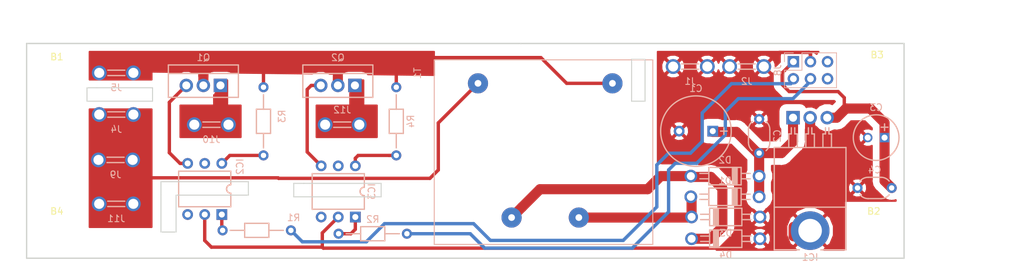
<source format=kicad_pcb>
(kicad_pcb (version 20171130) (host pcbnew "(4.0.0-rc2-5101-gb82bf7c)")

  (general
    (thickness 1.6)
    (drawings 29)
    (tracks 120)
    (zones 0)
    (modules 31)
    (nets 28)
  )

  (page A4)
  (layers
    (0 F.Cu signal)
    (31 B.Cu signal)
    (32 B.Adhes user)
    (33 F.Adhes user)
    (34 B.Paste user)
    (35 F.Paste user)
    (36 B.SilkS user)
    (37 F.SilkS user)
    (38 B.Mask user)
    (39 F.Mask user)
    (40 Dwgs.User user)
    (41 Cmts.User user)
    (42 Eco1.User user)
    (43 Eco2.User user)
    (44 Edge.Cuts user)
    (45 Margin user)
    (46 B.CrtYd user)
    (47 F.CrtYd user)
    (48 B.Fab user)
    (49 F.Fab user)
  )

  (setup
    (last_trace_width 0.25)
    (user_trace_width 0.5)
    (user_trace_width 1.5)
    (trace_clearance 0.2)
    (zone_clearance 1)
    (zone_45_only no)
    (trace_min 0.2)
    (segment_width 0.2)
    (edge_width 0.15)
    (via_size 0.8)
    (via_drill 0.4)
    (via_min_size 0.4)
    (via_min_drill 0.3)
    (uvia_size 0.3)
    (uvia_drill 0.1)
    (uvias_allowed no)
    (uvia_min_size 0.2)
    (uvia_min_drill 0.1)
    (pcb_text_width 0.3)
    (pcb_text_size 1.5 1.5)
    (mod_edge_width 0.15)
    (mod_text_size 1 1)
    (mod_text_width 0.15)
    (pad_size 1.524 1.524)
    (pad_drill 0.762)
    (pad_to_mask_clearance 0.2)
    (aux_axis_origin 34.27 133.9)
    (grid_origin 34.27 133.9)
    (visible_elements FFFDFF7F)
    (pcbplotparams
      (layerselection 0x010fc_ffffffff)
      (usegerberextensions false)
      (usegerberattributes false)
      (usegerberadvancedattributes false)
      (creategerberjobfile false)
      (excludeedgelayer true)
      (linewidth 0.100000)
      (plotframeref false)
      (viasonmask false)
      (mode 1)
      (useauxorigin false)
      (hpglpennumber 1)
      (hpglpenspeed 20)
      (hpglpendiameter 15.000000)
      (psnegative false)
      (psa4output false)
      (plotreference true)
      (plotvalue true)
      (plotinvisibletext false)
      (padsonsilk false)
      (subtractmaskfromsilk false)
      (outputformat 1)
      (mirror false)
      (drillshape 0)
      (scaleselection 1)
      (outputdirectory ""))
  )

  (net 0 "")
  (net 1 /AC_L)
  (net 2 /AC_N)
  (net 3 "Net-(D2-Pad2)")
  (net 4 "Net-(D1-Pad2)")
  (net 5 GND)
  (net 6 "Net-(J10-Pad1)")
  (net 7 "Net-(J12-Pad1)")
  (net 8 "Net-(C1-Pad1)")
  (net 9 +5V)
  (net 10 "Net-(IC3-Pad6)")
  (net 11 /TRIAC1)
  (net 12 "Net-(IC2-Pad1)")
  (net 13 "Net-(IC3-Pad1)")
  (net 14 /TRIAC2)
  (net 15 "Net-(IC2-Pad6)")
  (net 16 "Net-(IC2-Pad3)")
  (net 17 "Net-(IC2-Pad4)")
  (net 18 "Net-(IC2-Pad5)")
  (net 19 "Net-(IC3-Pad5)")
  (net 20 "Net-(IC3-Pad4)")
  (net 21 "Net-(IC3-Pad3)")
  (net 22 "Net-(J8-Pad5)")
  (net 23 "Net-(J8-Pad6)")
  (net 24 "Net-(B1-Pad1)")
  (net 25 "Net-(B2-Pad1)")
  (net 26 "Net-(B3-Pad1)")
  (net 27 "Net-(B4-Pad1)")

  (net_class Default "This is the default net class."
    (clearance 0.2)
    (trace_width 0.25)
    (via_dia 0.8)
    (via_drill 0.4)
    (uvia_dia 0.3)
    (uvia_drill 0.1)
    (add_net +5V)
    (add_net /AC_L)
    (add_net /AC_N)
    (add_net /TRIAC1)
    (add_net /TRIAC2)
    (add_net GND)
    (add_net "Net-(B1-Pad1)")
    (add_net "Net-(B2-Pad1)")
    (add_net "Net-(B3-Pad1)")
    (add_net "Net-(B4-Pad1)")
    (add_net "Net-(C1-Pad1)")
    (add_net "Net-(D1-Pad2)")
    (add_net "Net-(D2-Pad2)")
    (add_net "Net-(IC2-Pad1)")
    (add_net "Net-(IC2-Pad3)")
    (add_net "Net-(IC2-Pad4)")
    (add_net "Net-(IC2-Pad5)")
    (add_net "Net-(IC2-Pad6)")
    (add_net "Net-(IC3-Pad1)")
    (add_net "Net-(IC3-Pad3)")
    (add_net "Net-(IC3-Pad4)")
    (add_net "Net-(IC3-Pad5)")
    (add_net "Net-(IC3-Pad6)")
    (add_net "Net-(J10-Pad1)")
    (add_net "Net-(J12-Pad1)")
    (add_net "Net-(J8-Pad5)")
    (add_net "Net-(J8-Pad6)")
  )

  (module MTG300 (layer F.Cu) (tedit 0) (tstamp 5A9A84E6)
    (at 38.77 129.4)
    (descr "Non Plated Through Hole: Hole Dia.=3.0mm")
    (path /5A7E0C7F)
    (fp_text reference B4 (at 0 -2.501) (layer F.SilkS)
      (effects (font (size 1 1) (thickness 0.15)))
    )
    (fp_text value NON-PLATED_HOLE3.0 (at 0 2.501) (layer F.Fab)
      (effects (font (size 1 1) (thickness 0.15)))
    )
    (pad 1 np_thru_hole circle (at 0 0) (size 3 3) (drill 3) (layers *.Cu *.Mask)
      (net 27 "Net-(B4-Pad1)"))
  )

  (module MTG300 (layer F.Cu) (tedit 0) (tstamp 5A9A84E2)
    (at 160.77 106.1)
    (descr "Non Plated Through Hole: Hole Dia.=3.0mm")
    (path /5A7E0BD9)
    (fp_text reference B3 (at 0 -2.501) (layer F.SilkS)
      (effects (font (size 1 1) (thickness 0.15)))
    )
    (fp_text value NON-PLATED_HOLE3.0 (at 0 2.501) (layer F.Fab)
      (effects (font (size 1 1) (thickness 0.15)))
    )
    (pad 1 np_thru_hole circle (at 0 0) (size 3 3) (drill 3) (layers *.Cu *.Mask)
      (net 26 "Net-(B3-Pad1)"))
  )

  (module MTG300 (layer F.Cu) (tedit 0) (tstamp 5A9A84DE)
    (at 160.27 129.4)
    (descr "Non Plated Through Hole: Hole Dia.=3.0mm")
    (path /5A7E0B33)
    (fp_text reference B2 (at 0 -2.501) (layer F.SilkS)
      (effects (font (size 1 1) (thickness 0.15)))
    )
    (fp_text value NON-PLATED_HOLE3.0 (at 0 2.501) (layer F.Fab)
      (effects (font (size 1 1) (thickness 0.15)))
    )
    (pad 1 np_thru_hole circle (at 0 0) (size 3 3) (drill 3) (layers *.Cu *.Mask)
      (net 25 "Net-(B2-Pad1)"))
  )

  (module MTG300 (layer F.Cu) (tedit 0) (tstamp 5A9A84DA)
    (at 38.77 106.4)
    (descr "Non Plated Through Hole: Hole Dia.=3.0mm")
    (path /5A7E0962)
    (fp_text reference B1 (at 0 -2.501) (layer F.SilkS)
      (effects (font (size 1 1) (thickness 0.15)))
    )
    (fp_text value NON-PLATED_HOLE3.0 (at 0 2.501) (layer F.Fab)
      (effects (font (size 1 1) (thickness 0.15)))
    )
    (pad 1 np_thru_hole circle (at 0 0) (size 3 3) (drill 3) (layers *.Cu *.Mask)
      (net 24 "Net-(B1-Pad1)"))
  )

  (module DO-41 (layer B.Cu) (tedit 0) (tstamp 5A9C3C51)
    (at 138.14 124.75 180)
    (descr "DO-41, Diode, Axial, Body 4.7 x 2.7 mm (LxDia. max), Pin spacing 10.16mm")
    (path /5A7CBD40)
    (fp_text reference D1 (at 0 2.401 180) (layer B.SilkS)
      (effects (font (size 1 1) (thickness 0.15)) (justify mirror))
    )
    (fp_text value 1N4007 (at 0 -2.401 180) (layer B.Fab)
      (effects (font (size 1 1) (thickness 0.15)) (justify mirror))
    )
    (fp_line (start -1.3 -1.3) (end -1.3 1.3) (layer B.Fab) (width 0.1))
    (fp_line (start -1.2 -1.3) (end -1.2 1.3) (layer B.Fab) (width 0.1))
    (fp_line (start -1.4 -1.3) (end -1.4 1.3) (layer B.Fab) (width 0.1))
    (fp_line (start -1.5 -1.3) (end -1.5 1.3) (layer B.Fab) (width 0.1))
    (fp_line (start -1.6 -1.3) (end -1.6 1.3) (layer B.Fab) (width 0.1))
    (fp_line (start -1.7 -1.3) (end -1.7 1.3) (layer B.Fab) (width 0.1))
    (fp_line (start -1.8 -1.3) (end -1.8 1.3) (layer B.Fab) (width 0.1))
    (fp_line (start -1.1 -1.3) (end -1.1 1.3) (layer B.Fab) (width 0.1))
    (fp_line (start -2.4 1.3) (end 2.4 1.3) (layer B.Fab) (width 0.1))
    (fp_line (start 2.4 -1.3) (end 2.4 1.3) (layer B.Fab) (width 0.1))
    (fp_line (start -2.4 -1.3) (end 2.4 -1.3) (layer B.Fab) (width 0.1))
    (fp_line (start -2.4 -1.3) (end -2.4 1.3) (layer B.Fab) (width 0.1))
    (fp_line (start 2.4 0.4) (end 5.08 0.4) (layer B.Fab) (width 0.1))
    (fp_line (start 2.4 -0.4) (end 5.08 -0.4) (layer B.Fab) (width 0.1))
    (fp_line (start -5.08 -0.4) (end -2.4 -0.4) (layer B.Fab) (width 0.1))
    (fp_line (start -5.08 0.4) (end -2.4 0.4) (layer B.Fab) (width 0.1))
    (fp_line (start 0 -1) (end 0 0) (layer Cmts.User) (width 0.1))
    (fp_line (start 0 0) (end 0 1) (layer Cmts.User) (width 0.1))
    (fp_line (start 0 0) (end 1 0) (layer Cmts.User) (width 0.1))
    (fp_line (start -1 0) (end 0 0) (layer Cmts.User) (width 0.1))
    (fp_line (start 4.08 0) (end 5.08 0) (layer Cmts.User) (width 0.1))
    (fp_line (start 5.08 0) (end 6.08 0) (layer Cmts.User) (width 0.1))
    (fp_line (start 5.08 0) (end 5.08 1) (layer Cmts.User) (width 0.1))
    (fp_line (start 5.08 -1) (end 5.08 0) (layer Cmts.User) (width 0.1))
    (fp_line (start -6.08 0) (end -5.08 0) (layer Cmts.User) (width 0.1))
    (fp_line (start -5.08 0) (end -4.08 0) (layer Cmts.User) (width 0.1))
    (fp_line (start -5.08 0) (end -5.08 1) (layer Cmts.User) (width 0.1))
    (fp_line (start -5.08 -1) (end -5.08 0) (layer Cmts.User) (width 0.1))
    (fp_line (start -1.2 -1.3) (end -1.2 1.3) (layer B.SilkS) (width 0.2))
    (fp_line (start -1.3 -1.3) (end -1.3 1.3) (layer B.SilkS) (width 0.2))
    (fp_line (start -1.4 -1.3) (end -1.4 1.3) (layer B.SilkS) (width 0.2))
    (fp_line (start -1.5 -1.3) (end -1.5 1.3) (layer B.SilkS) (width 0.2))
    (fp_line (start -1.6 -1.3) (end -1.6 1.3) (layer B.SilkS) (width 0.2))
    (fp_line (start -1.7 -1.3) (end -1.7 1.3) (layer B.SilkS) (width 0.2))
    (fp_line (start -1.8 -1.3) (end -1.8 1.3) (layer B.SilkS) (width 0.2))
    (fp_line (start 2.4 0.4) (end 3.74 0.4) (layer B.SilkS) (width 0.2))
    (fp_line (start 2.4 -0.4) (end 3.74 -0.4) (layer B.SilkS) (width 0.2))
    (fp_line (start -3.74 -0.4) (end -2.4 -0.4) (layer B.SilkS) (width 0.2))
    (fp_line (start -3.74 0.4) (end -2.4 0.4) (layer B.SilkS) (width 0.2))
    (fp_line (start -1.1 -1.3) (end -1.1 1.3) (layer B.SilkS) (width 0.2))
    (fp_line (start -2.4 -1.3) (end -2.4 1.3) (layer B.SilkS) (width 0.2))
    (fp_line (start -2.4 -1.3) (end 2.4 -1.3) (layer B.SilkS) (width 0.2))
    (fp_line (start 2.4 -1.3) (end 2.4 1.3) (layer B.SilkS) (width 0.2))
    (fp_line (start -2.4 1.3) (end 2.4 1.3) (layer B.SilkS) (width 0.2))
    (fp_arc (start 5.08 0) (end 5.08 0.4) (angle -180) (layer B.Fab) (width 0.1))
    (fp_arc (start -5.08 0) (end -5.08 0.4) (angle 180) (layer B.Fab) (width 0.1))
    (pad 2 thru_hole circle (at 5.08 0 180) (size 1.9 1.9) (drill 1.2) (layers *.Cu *.Mask)
      (net 4 "Net-(D1-Pad2)") (solder_mask_margin 0.102))
    (pad 1 thru_hole circle (at -5.08 0 180) (size 1.9 1.9) (drill 1.2) (layers *.Cu *.Mask)
      (net 8 "Net-(C1-Pad1)") (solder_mask_margin 0.102))
    (model DO-41.stp
      (at (xyz 0 0 0))
      (scale (xyz 1 1 1))
      (rotate (xyz 0 0 0))
    )
  )

  (module RES1016-360X210 (layer B.Cu) (tedit 0) (tstamp 5A9C3BE9)
    (at 69.5 113.5 90)
    (descr "Resistor, Axial, Pad spacing 10.16 mm - Body Lengh 3.6mm X Body Diameter 2.1mm")
    (path /5A7DBC2B)
    (fp_text reference R3 (at 0.75 2.75 90) (layer B.SilkS)
      (effects (font (size 1 1) (thickness 0.15)) (justify mirror))
    )
    (fp_text value RMF_150R_1%_0.125W_100PPM_1016-360X210 (at 0 -2.151 90) (layer B.Fab)
      (effects (font (size 1 1) (thickness 0.15)) (justify mirror))
    )
    (fp_line (start 1.8 0.26) (end 5.08 0.26) (layer B.Fab) (width 0.1))
    (fp_line (start 1.8 -0.26) (end 5.08 -0.26) (layer B.Fab) (width 0.1))
    (fp_line (start -5.08 -0.26) (end -1.8 -0.26) (layer B.Fab) (width 0.1))
    (fp_line (start -5.08 0.26) (end -1.8 0.26) (layer B.Fab) (width 0.1))
    (fp_line (start -1.8 -1.05) (end -1.8 1.05) (layer B.Fab) (width 0.1))
    (fp_line (start 1.8 -1.05) (end 1.8 1.05) (layer B.Fab) (width 0.1))
    (fp_line (start -1.8 1.05) (end 1.8 1.05) (layer B.Fab) (width 0.1))
    (fp_line (start -1.8 -1.05) (end 1.8 -1.05) (layer B.Fab) (width 0.1))
    (fp_line (start 1.8 0) (end 3.96 0) (layer B.SilkS) (width 0.2))
    (fp_line (start -3.96 0) (end -1.8 0) (layer B.SilkS) (width 0.2))
    (fp_line (start -1.8 -1.05) (end -1.8 1.05) (layer B.SilkS) (width 0.2))
    (fp_line (start 1.8 -1.05) (end 1.8 1.05) (layer B.SilkS) (width 0.2))
    (fp_line (start -1.8 1.05) (end 1.8 1.05) (layer B.SilkS) (width 0.2))
    (fp_line (start -1.8 -1.05) (end 1.8 -1.05) (layer B.SilkS) (width 0.2))
    (fp_line (start -0.5 0) (end 0 0) (layer Cmts.User) (width 0.1))
    (fp_line (start 0 0) (end 0 0.5) (layer Cmts.User) (width 0.1))
    (fp_line (start 0 0) (end 0.5 0) (layer Cmts.User) (width 0.1))
    (fp_line (start 0 -0.5) (end 0 0) (layer Cmts.User) (width 0.1))
    (fp_line (start -5.58 0) (end -5.08 0) (layer Cmts.User) (width 0.1))
    (fp_line (start -5.08 0) (end -5.08 0.5) (layer Cmts.User) (width 0.1))
    (fp_line (start -5.08 0) (end -4.58 0) (layer Cmts.User) (width 0.1))
    (fp_line (start -5.08 -0.5) (end -5.08 0) (layer Cmts.User) (width 0.1))
    (fp_line (start 4.58 0) (end 5.08 0) (layer Cmts.User) (width 0.1))
    (fp_line (start 5.08 0) (end 5.08 0.5) (layer Cmts.User) (width 0.1))
    (fp_line (start 5.08 0) (end 5.58 0) (layer Cmts.User) (width 0.1))
    (fp_line (start 5.08 -0.5) (end 5.08 0) (layer Cmts.User) (width 0.1))
    (fp_arc (start -5.08 0) (end -5.08 0.26) (angle 180) (layer B.Fab) (width 0.1))
    (fp_arc (start 5.08 0) (end 5.08 0.26) (angle -180) (layer B.Fab) (width 0.1))
    (pad 1 thru_hole circle (at -5.08 0 90) (size 1.5 1.5) (drill 0.8) (layers *.Cu *.Mask)
      (net 15 "Net-(IC2-Pad6)") (solder_mask_margin 0.102))
    (pad 2 thru_hole circle (at 5.08 0 90) (size 1.5 1.5) (drill 0.8) (layers *.Cu *.Mask)
      (net 2 /AC_N) (solder_mask_margin 0.102))
    (model RES1016-360X210.stp
      (at (xyz 0 0 0))
      (scale (xyz 1 1 1))
      (rotate (xyz 0 0 0))
    )
  )

  (module TYCO_62409-1 (layer B.Cu) (tedit 0) (tstamp 5A9C3AF8)
    (at 61.75 114)
    (descr "6.3 x 0.8mm FASTON Tab for Printed Circuit Board")
    (path /5A7F4BB7)
    (fp_text reference J10 (at 0 2.202) (layer B.SilkS)
      (effects (font (size 1 1) (thickness 0.15)) (justify mirror))
    )
    (fp_text value TYCO_62409-1 (at 0 -2.202) (layer B.Fab)
      (effects (font (size 1 1) (thickness 0.15)) (justify mirror))
    )
    (fp_line (start -3.746 0.4) (end 3.747 0.4) (layer B.Fab) (width 0.1))
    (fp_line (start 3.747 -0.4) (end 3.747 0.4) (layer B.Fab) (width 0.1))
    (fp_line (start -3.746 -0.4) (end 3.747 -0.4) (layer B.Fab) (width 0.1))
    (fp_line (start -3.746 -0.4) (end -3.746 0.4) (layer B.Fab) (width 0.1))
    (fp_line (start -3.54 0) (end -2.54 0) (layer Cmts.User) (width 0.1))
    (fp_line (start -2.54 -1) (end -2.54 0) (layer Cmts.User) (width 0.1))
    (fp_line (start 1.54 0) (end 2.54 0) (layer Cmts.User) (width 0.1))
    (fp_line (start 2.54 -1) (end 2.54 0) (layer Cmts.User) (width 0.1))
    (fp_line (start -1.27 0.4) (end 1.27 0.4) (layer B.SilkS) (width 0.2))
    (fp_line (start -1.27 -0.4) (end 1.27 -0.4) (layer B.SilkS) (width 0.2))
    (pad 1 thru_hole circle (at -2.54 0) (size 2.2 2.2) (drill 1.5) (layers *.Cu *.Mask)
      (net 6 "Net-(J10-Pad1)") (solder_mask_margin 0.102))
    (pad 1 thru_hole circle (at 2.54 0) (size 2.2 2.2) (drill 1.5) (layers *.Cu *.Mask)
      (net 6 "Net-(J10-Pad1)") (solder_mask_margin 0.102))
    (model TYCO_62409-1.stp
      (at (xyz 0 0 0))
      (scale (xyz 1 1 1))
      (rotate (xyz 0 0 0))
    )
  )

  (module Connector_PinHeader_2.54mm:PinHeader_2x03_P2.54mm_Vertical (layer B.Cu) (tedit 59FED5CC) (tstamp 5A9F9035)
    (at 148.31 104.62 270)
    (descr "Through hole straight pin header, 2x03, 2.54mm pitch, double rows")
    (tags "Through hole pin header THT 2x03 2.54mm double row")
    (path /5A7FB0D5)
    (fp_text reference J8 (at 1.27 2.33 270) (layer B.SilkS)
      (effects (font (size 1 1) (thickness 0.15)) (justify mirror))
    )
    (fp_text value MAIN (at 1.27 -7.41 270) (layer B.Fab)
      (effects (font (size 1 1) (thickness 0.15)) (justify mirror))
    )
    (fp_line (start 0 1.27) (end 3.81 1.27) (layer B.Fab) (width 0.1))
    (fp_line (start 3.81 1.27) (end 3.81 -6.35) (layer B.Fab) (width 0.1))
    (fp_line (start 3.81 -6.35) (end -1.27 -6.35) (layer B.Fab) (width 0.1))
    (fp_line (start -1.27 -6.35) (end -1.27 0) (layer B.Fab) (width 0.1))
    (fp_line (start -1.27 0) (end 0 1.27) (layer B.Fab) (width 0.1))
    (fp_line (start -1.33 -6.41) (end 3.87 -6.41) (layer B.SilkS) (width 0.12))
    (fp_line (start -1.33 -1.27) (end -1.33 -6.41) (layer B.SilkS) (width 0.12))
    (fp_line (start 3.87 1.33) (end 3.87 -6.41) (layer B.SilkS) (width 0.12))
    (fp_line (start -1.33 -1.27) (end 1.27 -1.27) (layer B.SilkS) (width 0.12))
    (fp_line (start 1.27 -1.27) (end 1.27 1.33) (layer B.SilkS) (width 0.12))
    (fp_line (start 1.27 1.33) (end 3.87 1.33) (layer B.SilkS) (width 0.12))
    (fp_line (start -1.33 0) (end -1.33 1.33) (layer B.SilkS) (width 0.12))
    (fp_line (start -1.33 1.33) (end 0 1.33) (layer B.SilkS) (width 0.12))
    (fp_line (start -1.8 1.8) (end -1.8 -6.85) (layer B.CrtYd) (width 0.05))
    (fp_line (start -1.8 -6.85) (end 4.35 -6.85) (layer B.CrtYd) (width 0.05))
    (fp_line (start 4.35 -6.85) (end 4.35 1.8) (layer B.CrtYd) (width 0.05))
    (fp_line (start 4.35 1.8) (end -1.8 1.8) (layer B.CrtYd) (width 0.05))
    (fp_text user %R (at 1.27 -2.54 180) (layer B.Fab)
      (effects (font (size 1 1) (thickness 0.15)) (justify mirror))
    )
    (pad 1 thru_hole rect (at 0 0 270) (size 1.7 1.7) (drill 1) (layers *.Cu *.Mask)
      (net 9 +5V))
    (pad 2 thru_hole oval (at 2.54 0 270) (size 1.7 1.7) (drill 1) (layers *.Cu *.Mask)
      (net 11 /TRIAC1))
    (pad 3 thru_hole oval (at 0 -2.54 270) (size 1.7 1.7) (drill 1) (layers *.Cu *.Mask)
      (net 5 GND))
    (pad 4 thru_hole oval (at 2.54 -2.54 270) (size 1.7 1.7) (drill 1) (layers *.Cu *.Mask)
      (net 14 /TRIAC2))
    (pad 5 thru_hole oval (at 0 -5.08 270) (size 1.7 1.7) (drill 1) (layers *.Cu *.Mask)
      (net 22 "Net-(J8-Pad5)"))
    (pad 6 thru_hole oval (at 2.54 -5.08 270) (size 1.7 1.7) (drill 1) (layers *.Cu *.Mask)
      (net 23 "Net-(J8-Pad6)"))
    (model ${KISYS3DMOD}/Connector_PinHeader_2.54mm.3dshapes/PinHeader_2x03_P2.54mm_Vertical.wrl
      (at (xyz 0 0 0))
      (scale (xyz 1 1 1))
      (rotate (xyz 0 0 0))
    )
  )

  (module "ICs And Semiconductors THD:TO-220-v" (layer B.Cu) (tedit 0) (tstamp 5A9DFC90)
    (at 60.56 108.15 180)
    (descr "TO-220 3-Terminal - Vertical Mount")
    (path /5A7FA64A)
    (fp_text reference Q1 (at 0 4.149 180) (layer B.SilkS)
      (effects (font (size 1 1) (thickness 0.15)) (justify mirror))
    )
    (fp_text value BT138-800 (at 0 -2.879 180) (layer B.Fab)
      (effects (font (size 1 1) (thickness 0.15)) (justify mirror))
    )
    (fp_line (start 5.207 -1.778) (end 5.207 3.048) (layer B.Fab) (width 0.1))
    (fp_line (start -5.207 -1.778) (end 5.207 -1.778) (layer B.Fab) (width 0.1))
    (fp_line (start -5.207 1.778) (end 5.207 1.778) (layer B.Fab) (width 0.1))
    (fp_line (start -5.207 3.048) (end 5.207 3.048) (layer B.Fab) (width 0.1))
    (fp_line (start -5.207 -1.778) (end -5.207 3.048) (layer B.Fab) (width 0.1))
    (fp_line (start 5.207 -1.778) (end 5.207 3.048) (layer B.SilkS) (width 0.2))
    (fp_line (start -5.207 -1.778) (end 5.207 -1.778) (layer B.SilkS) (width 0.2))
    (fp_line (start -5.207 1.778) (end 5.207 1.778) (layer B.SilkS) (width 0.2))
    (fp_line (start -5.207 3.048) (end 5.207 3.048) (layer B.SilkS) (width 0.2))
    (fp_line (start -5.207 -1.778) (end -5.207 3.048) (layer B.SilkS) (width 0.2))
    (pad 3 thru_hole circle (at 2.54 0 180) (size 2 2) (drill 1.2) (layers *.Cu *.Mask)
      (net 17 "Net-(IC2-Pad4)") (solder_mask_margin 0.102))
    (pad 2 thru_hole circle (at 0 0 180) (size 2 2) (drill 1.2) (layers *.Cu *.Mask)
      (net 2 /AC_N) (solder_mask_margin 0.102))
    (pad 1 thru_hole rect (at -2.54 0 180) (size 2 2) (drill 1.2) (layers *.Cu *.Mask)
      (net 6 "Net-(J10-Pad1)") (solder_mask_margin 0.102))
    (model TO-220-v.stp
      (at (xyz 0 0 0))
      (scale (xyz 1 1 1))
      (rotate (xyz 0 0 0))
    )
  )

  (module "ICs And Semiconductors THD:TO-220-v" (layer B.Cu) (tedit 0) (tstamp 5A9DFC7F)
    (at 80.56 108.15 180)
    (descr "TO-220 3-Terminal - Vertical Mount")
    (path /5A7FA6D6)
    (fp_text reference Q2 (at 0 4.149 180) (layer B.SilkS)
      (effects (font (size 1 1) (thickness 0.15)) (justify mirror))
    )
    (fp_text value BT138-800 (at 0 -2.879 180) (layer B.Fab)
      (effects (font (size 1 1) (thickness 0.15)) (justify mirror))
    )
    (fp_line (start -5.207 -1.778) (end -5.207 3.048) (layer B.SilkS) (width 0.2))
    (fp_line (start -5.207 3.048) (end 5.207 3.048) (layer B.SilkS) (width 0.2))
    (fp_line (start -5.207 1.778) (end 5.207 1.778) (layer B.SilkS) (width 0.2))
    (fp_line (start -5.207 -1.778) (end 5.207 -1.778) (layer B.SilkS) (width 0.2))
    (fp_line (start 5.207 -1.778) (end 5.207 3.048) (layer B.SilkS) (width 0.2))
    (fp_line (start -5.207 -1.778) (end -5.207 3.048) (layer B.Fab) (width 0.1))
    (fp_line (start -5.207 3.048) (end 5.207 3.048) (layer B.Fab) (width 0.1))
    (fp_line (start -5.207 1.778) (end 5.207 1.778) (layer B.Fab) (width 0.1))
    (fp_line (start -5.207 -1.778) (end 5.207 -1.778) (layer B.Fab) (width 0.1))
    (fp_line (start 5.207 -1.778) (end 5.207 3.048) (layer B.Fab) (width 0.1))
    (pad 1 thru_hole rect (at -2.54 0 180) (size 2 2) (drill 1.2) (layers *.Cu *.Mask)
      (net 7 "Net-(J12-Pad1)") (solder_mask_margin 0.102))
    (pad 2 thru_hole circle (at 0 0 180) (size 2 2) (drill 1.2) (layers *.Cu *.Mask)
      (net 2 /AC_N) (solder_mask_margin 0.102))
    (pad 3 thru_hole circle (at 2.54 0 180) (size 2 2) (drill 1.2) (layers *.Cu *.Mask)
      (net 20 "Net-(IC3-Pad4)") (solder_mask_margin 0.102))
    (model TO-220-v.stp
      (at (xyz 0 0 0))
      (scale (xyz 1 1 1))
      (rotate (xyz 0 0 0))
    )
  )

  (module "ICs And Semiconductors THD:DIP6-300" (layer B.Cu) (tedit 0) (tstamp 5A9D15BD)
    (at 80.62 123.95 90)
    (descr "DIP 6 Leads, Row Spacing 7.62 mm; Pitch 2.54 mm")
    (path /5A7FA8C4)
    (fp_text reference IC3 (at 0 4.981 90) (layer B.SilkS)
      (effects (font (size 1 1) (thickness 0.15)) (justify mirror))
    )
    (fp_text value MOC3041M (at 0 -4.981 90) (layer B.Fab)
      (effects (font (size 1 1) (thickness 0.15)) (justify mirror))
    )
    (fp_line (start 0.635 3.88) (end 3.3 3.88) (layer B.Fab) (width 0.1))
    (fp_line (start -3.3 3.88) (end -0.635 3.88) (layer B.Fab) (width 0.1))
    (fp_line (start 3.3 -3.88) (end 3.3 3.88) (layer B.Fab) (width 0.1))
    (fp_line (start -3.3 -3.88) (end 3.3 -3.88) (layer B.Fab) (width 0.1))
    (fp_line (start -3.3 -3.88) (end -3.3 3.88) (layer B.Fab) (width 0.1))
    (fp_line (start 2.65 -3.88) (end 2.65 3.88) (layer B.SilkS) (width 0.2))
    (fp_line (start -2.65 -3.88) (end -2.65 3.88) (layer B.SilkS) (width 0.2))
    (fp_line (start -2.65 -3.88) (end 2.65 -3.88) (layer B.SilkS) (width 0.2))
    (fp_line (start 0.635 3.88) (end 2.65 3.88) (layer B.SilkS) (width 0.2))
    (fp_line (start -2.65 3.88) (end -0.635 3.88) (layer B.SilkS) (width 0.2))
    (fp_arc (start 0 3.88) (end -0.635 3.88) (angle 180) (layer B.Fab) (width 0.1))
    (fp_circle (center -1.905 2.54) (end -1.651 2.54) (layer B.Fab) (width 0.1))
    (fp_arc (start 0 3.88) (end -0.635 3.88) (angle 180) (layer B.SilkS) (width 0.2))
    (fp_arc (start 0 3.88) (end -0.635 3.88) (angle 180) (layer B.SilkS) (width 0.2))
    (pad 5 thru_hole circle (at 3.81 0 90) (size 1.6 1.6) (drill 0.9) (layers *.Cu *.Mask)
      (net 19 "Net-(IC3-Pad5)") (solder_mask_margin 0.102))
    (pad 6 thru_hole circle (at 3.81 2.54 90) (size 1.6 1.6) (drill 0.9) (layers *.Cu *.Mask)
      (net 10 "Net-(IC3-Pad6)") (solder_mask_margin 0.102))
    (pad 4 thru_hole circle (at 3.81 -2.54 90) (size 1.6 1.6) (drill 0.9) (layers *.Cu *.Mask)
      (net 20 "Net-(IC3-Pad4)") (solder_mask_margin 0.102))
    (pad 3 thru_hole circle (at -3.81 -2.54 90) (size 1.6 1.6) (drill 0.9) (layers *.Cu *.Mask)
      (net 21 "Net-(IC3-Pad3)") (solder_mask_margin 0.102))
    (pad 2 thru_hole circle (at -3.81 0 90) (size 1.6 1.6) (drill 0.9) (layers *.Cu *.Mask)
      (net 5 GND) (solder_mask_margin 0.102))
    (pad 1 thru_hole rect (at -3.81 2.54 90) (size 1.6 1.6) (drill 0.9) (layers *.Cu *.Mask)
      (net 13 "Net-(IC3-Pad1)") (solder_mask_margin 0.102))
    (model DIP6-300.stp
      (at (xyz 0 0 0))
      (scale (xyz 1 1 1))
      (rotate (xyz 0 0 0))
    )
  )

  (module "ICs And Semiconductors THD:DIP6-300" (layer B.Cu) (tedit 0) (tstamp 5A9D15A5)
    (at 60.76 123.58 90)
    (descr "DIP 6 Leads, Row Spacing 7.62 mm; Pitch 2.54 mm")
    (path /5A7FA85A)
    (fp_text reference IC2 (at 3.33 5.24 270) (layer B.SilkS)
      (effects (font (size 1 1) (thickness 0.15)) (justify mirror))
    )
    (fp_text value MOC3041M (at 0 -4.981 90) (layer B.Fab)
      (effects (font (size 1 1) (thickness 0.15)) (justify mirror))
    )
    (fp_arc (start 0 3.88) (end -0.635 3.88) (angle 180) (layer B.SilkS) (width 0.2))
    (fp_arc (start 0 3.88) (end -0.635 3.88) (angle 180) (layer B.SilkS) (width 0.2))
    (fp_circle (center -1.905 2.54) (end -1.651 2.54) (layer B.Fab) (width 0.1))
    (fp_arc (start 0 3.88) (end -0.635 3.88) (angle 180) (layer B.Fab) (width 0.1))
    (fp_line (start -2.65 3.88) (end -0.635 3.88) (layer B.SilkS) (width 0.2))
    (fp_line (start 0.635 3.88) (end 2.65 3.88) (layer B.SilkS) (width 0.2))
    (fp_line (start -2.65 -3.88) (end 2.65 -3.88) (layer B.SilkS) (width 0.2))
    (fp_line (start -2.65 -3.88) (end -2.65 3.88) (layer B.SilkS) (width 0.2))
    (fp_line (start 2.65 -3.88) (end 2.65 3.88) (layer B.SilkS) (width 0.2))
    (fp_line (start -3.3 -3.88) (end -3.3 3.88) (layer B.Fab) (width 0.1))
    (fp_line (start -3.3 -3.88) (end 3.3 -3.88) (layer B.Fab) (width 0.1))
    (fp_line (start 3.3 -3.88) (end 3.3 3.88) (layer B.Fab) (width 0.1))
    (fp_line (start -3.3 3.88) (end -0.635 3.88) (layer B.Fab) (width 0.1))
    (fp_line (start 0.635 3.88) (end 3.3 3.88) (layer B.Fab) (width 0.1))
    (pad 1 thru_hole rect (at -3.81 2.54 90) (size 1.6 1.6) (drill 0.9) (layers *.Cu *.Mask)
      (net 12 "Net-(IC2-Pad1)") (solder_mask_margin 0.102))
    (pad 2 thru_hole circle (at -3.81 0 90) (size 1.6 1.6) (drill 0.9) (layers *.Cu *.Mask)
      (net 5 GND) (solder_mask_margin 0.102))
    (pad 3 thru_hole circle (at -3.81 -2.54 90) (size 1.6 1.6) (drill 0.9) (layers *.Cu *.Mask)
      (net 16 "Net-(IC2-Pad3)") (solder_mask_margin 0.102))
    (pad 4 thru_hole circle (at 3.81 -2.54 90) (size 1.6 1.6) (drill 0.9) (layers *.Cu *.Mask)
      (net 17 "Net-(IC2-Pad4)") (solder_mask_margin 0.102))
    (pad 6 thru_hole circle (at 3.81 2.54 90) (size 1.6 1.6) (drill 0.9) (layers *.Cu *.Mask)
      (net 15 "Net-(IC2-Pad6)") (solder_mask_margin 0.102))
    (pad 5 thru_hole circle (at 3.81 0 90) (size 1.6 1.6) (drill 0.9) (layers *.Cu *.Mask)
      (net 18 "Net-(IC2-Pad5)") (solder_mask_margin 0.102))
    (model DIP6-300.stp
      (at (xyz 0 0 0))
      (scale (xyz 1 1 1))
      (rotate (xyz 0 0 0))
    )
  )

  (module CAPPR250-680X1080 (layer B.Cu) (tedit 0) (tstamp 5A9C3D0B)
    (at 160.62 115.93 180)
    (descr "Capacitor, Radial, Pin spacing 2.5mm - Body Diameter 6.8mm X Body Height 10.8mm")
    (path /5A7EB0E9)
    (fp_text reference C3 (at 0 4.501 180) (layer B.SilkS)
      (effects (font (size 1 1) (thickness 0.15)) (justify mirror))
    )
    (fp_text value CAER_100UF_16V_20%_CHEMI-CON_APSA160ELL101MFA5G (at 0 -4.501 180) (layer B.Fab)
      (effects (font (size 1 1) (thickness 0.15)) (justify mirror))
    )
    (fp_circle (center 0 0) (end 3.4 0) (layer B.SilkS) (width 0.2))
    (fp_circle (center 0 0) (end 3.4 0) (layer B.Fab) (width 0.1))
    (fp_circle (center 0 0) (end 3.4 0) (layer B.Fab) (width 0.1))
    (fp_line (start -1.75 1.55) (end -0.75 1.55) (layer B.SilkS) (width 0.2))
    (fp_line (start -1.25 1.05) (end -1.25 2.05) (layer B.SilkS) (width 0.2))
    (fp_line (start -1.25 1.05) (end -1.25 2.05) (layer B.Fab) (width 0.1))
    (fp_line (start -1.75 1.55) (end -0.75 1.55) (layer B.Fab) (width 0.1))
    (pad 2 thru_hole circle (at 1.25 0 180) (size 1.4 1.4) (drill 0.9) (layers *.Cu *.Mask)
      (net 5 GND) (solder_mask_margin 0.102))
    (pad 1 thru_hole rect (at -1.25 0 180) (size 1.4 1.4) (drill 0.9) (layers *.Cu *.Mask)
      (net 9 +5V) (solder_mask_margin 0.102))
    (model CAPPR250-680X1080.stp
      (at (xyz 0 0 0))
      (scale (xyz 1 1 1))
      (rotate (xyz 0 0 0))
    )
  )

  (module CAPPR500-1050X1150 (layer B.Cu) (tedit 0) (tstamp 5A9C3CFE)
    (at 133.82 114.96 180)
    (descr "Capacitor, Radial, Pin spacing 5.0mm - Body Diameter 10.5mm X Body Height 11.5mm")
    (path /5A7CE0CD)
    (fp_text reference C1 (at 0 6.351 180) (layer B.SilkS)
      (effects (font (size 1 1) (thickness 0.15)) (justify mirror))
    )
    (fp_text value CAER_470UF_10V_20%_500-1050X1150_LESR0R015 (at 0 -6.351 180) (layer B.Fab)
      (effects (font (size 1 1) (thickness 0.15)) (justify mirror))
    )
    (fp_circle (center 0 0) (end 5.25 0) (layer B.SilkS) (width 0.2))
    (fp_circle (center 0 0) (end 5.25 0) (layer B.Fab) (width 0.1))
    (fp_circle (center 0 0) (end 5.25 0) (layer B.Fab) (width 0.1))
    (fp_line (start -4.65 0) (end -3.65 0) (layer B.SilkS) (width 0.2))
    (fp_line (start -4.15 -0.5) (end -4.15 0.5) (layer B.SilkS) (width 0.2))
    (fp_line (start -4.15 -0.5) (end -4.15 0.5) (layer B.Fab) (width 0.1))
    (fp_line (start -4.65 0) (end -3.65 0) (layer B.Fab) (width 0.1))
    (pad 2 thru_hole circle (at 2.5 0 180) (size 1.6 1.6) (drill 0.9) (layers *.Cu *.Mask)
      (net 5 GND) (solder_mask_margin 0.102))
    (pad 1 thru_hole rect (at -2.5 0 180) (size 1.6 1.6) (drill 0.9) (layers *.Cu *.Mask)
      (net 8 "Net-(C1-Pad1)") (solder_mask_margin 0.102))
    (model CAPPR500-1050X1150.stp
      (at (xyz 0 0 0))
      (scale (xyz 1 1 1))
      (rotate (xyz 0 0 0))
    )
  )

  (module CAPRR508-318X508X660 (layer B.Cu) (tedit 0) (tstamp 5A9C3CF1)
    (at 143.22 115.7 90)
    (descr "Capacitor Radial Rounded (KEMET C322), Pin spacing 5.08mm - Body With 3.18mm X Body Length 5.08mm X Body Height 6.6mm")
    (path /5A7CEB18)
    (fp_text reference C2 (at 0 2.691 90) (layer B.SilkS)
      (effects (font (size 1 1) (thickness 0.15)) (justify mirror))
    )
    (fp_text value CCR_100NF_50V_10%_KEMET_C322C104K5R5TA (at 0 -2.691 90) (layer B.Fab)
      (effects (font (size 1 1) (thickness 0.15)) (justify mirror))
    )
    (fp_line (start -0.95 1.59) (end 0.95 1.59) (layer B.SilkS) (width 0.2))
    (fp_line (start -0.95 -1.59) (end 0.95 -1.59) (layer B.SilkS) (width 0.2))
    (fp_line (start -0.95 -1.59) (end 0.95 -1.59) (layer B.Fab) (width 0.1))
    (fp_line (start -0.95 1.59) (end 0.95 1.59) (layer B.Fab) (width 0.1))
    (fp_line (start -0.5 0) (end 0 0) (layer Cmts.User) (width 0.1))
    (fp_line (start 0 0) (end 0.5 0) (layer Cmts.User) (width 0.1))
    (fp_line (start 0 -0.5) (end 0 0) (layer Cmts.User) (width 0.1))
    (fp_line (start 0 0) (end 0 0.5) (layer Cmts.User) (width 0.1))
    (fp_line (start -3.04 0) (end -2.54 0) (layer Cmts.User) (width 0.1))
    (fp_line (start -2.54 0) (end -2.04 0) (layer Cmts.User) (width 0.1))
    (fp_line (start -2.54 -0.5) (end -2.54 0) (layer Cmts.User) (width 0.1))
    (fp_line (start -2.54 0) (end -2.54 0.5) (layer Cmts.User) (width 0.1))
    (fp_line (start 2.04 0) (end 2.54 0) (layer Cmts.User) (width 0.1))
    (fp_line (start 2.54 0) (end 3.04 0) (layer Cmts.User) (width 0.1))
    (fp_line (start 2.54 -0.5) (end 2.54 0) (layer Cmts.User) (width 0.1))
    (fp_line (start 2.54 0) (end 2.54 0.5) (layer Cmts.User) (width 0.1))
    (fp_arc (start 0.95 0) (end 2.159 1.032) (angle 50) (layer B.SilkS) (width 0.2))
    (fp_arc (start -0.95 0) (end -2.159 -1.032) (angle 50) (layer B.SilkS) (width 0.2))
    (fp_arc (start -0.95 0) (end -0.95 1.59) (angle 50) (layer B.SilkS) (width 0.2))
    (fp_arc (start 0.95 0) (end 0.95 -1.59) (angle 50) (layer B.SilkS) (width 0.2))
    (fp_arc (start 0.95 0) (end 0.95 1.59) (angle -180) (layer B.Fab) (width 0.1))
    (fp_arc (start -0.95 0) (end -0.95 1.59) (angle 180) (layer B.Fab) (width 0.1))
    (pad 1 thru_hole circle (at -2.54 0 90) (size 1.5 1.5) (drill 0.8) (layers *.Cu *.Mask)
      (net 8 "Net-(C1-Pad1)") (solder_mask_margin 0.102))
    (pad 2 thru_hole circle (at 2.54 0 90) (size 1.5 1.5) (drill 0.8) (layers *.Cu *.Mask)
      (net 5 GND) (solder_mask_margin 0.102))
    (model CAPRR508-318X508X660.stp
      (at (xyz 0 0 0))
      (scale (xyz 1 1 1))
      (rotate (xyz 0 0 0))
    )
  )

  (module CAPRR508-318X508X660 (layer B.Cu) (tedit 0) (tstamp 5A9C3CD5)
    (at 160.39 123.43 180)
    (descr "Capacitor Radial Rounded (KEMET C322), Pin spacing 5.08mm - Body With 3.18mm X Body Length 5.08mm X Body Height 6.6mm")
    (path /5A7EB478)
    (fp_text reference C4 (at 0 2.691 180) (layer B.SilkS)
      (effects (font (size 1 1) (thickness 0.15)) (justify mirror))
    )
    (fp_text value CCR_100NF_50V_10%_KEMET_C322C104K5R5TA (at 0 -2.691 180) (layer B.Fab)
      (effects (font (size 1 1) (thickness 0.15)) (justify mirror))
    )
    (fp_arc (start -0.95 0) (end -0.95 1.59) (angle 180) (layer B.Fab) (width 0.1))
    (fp_arc (start 0.95 0) (end 0.95 1.59) (angle -180) (layer B.Fab) (width 0.1))
    (fp_arc (start 0.95 0) (end 0.95 -1.59) (angle 50) (layer B.SilkS) (width 0.2))
    (fp_arc (start -0.95 0) (end -0.95 1.59) (angle 50) (layer B.SilkS) (width 0.2))
    (fp_arc (start -0.95 0) (end -2.159 -1.032) (angle 50) (layer B.SilkS) (width 0.2))
    (fp_arc (start 0.95 0) (end 2.159 1.032) (angle 50) (layer B.SilkS) (width 0.2))
    (fp_line (start 2.54 0) (end 2.54 0.5) (layer Cmts.User) (width 0.1))
    (fp_line (start 2.54 -0.5) (end 2.54 0) (layer Cmts.User) (width 0.1))
    (fp_line (start 2.54 0) (end 3.04 0) (layer Cmts.User) (width 0.1))
    (fp_line (start 2.04 0) (end 2.54 0) (layer Cmts.User) (width 0.1))
    (fp_line (start -2.54 0) (end -2.54 0.5) (layer Cmts.User) (width 0.1))
    (fp_line (start -2.54 -0.5) (end -2.54 0) (layer Cmts.User) (width 0.1))
    (fp_line (start -2.54 0) (end -2.04 0) (layer Cmts.User) (width 0.1))
    (fp_line (start -3.04 0) (end -2.54 0) (layer Cmts.User) (width 0.1))
    (fp_line (start 0 0) (end 0 0.5) (layer Cmts.User) (width 0.1))
    (fp_line (start 0 -0.5) (end 0 0) (layer Cmts.User) (width 0.1))
    (fp_line (start 0 0) (end 0.5 0) (layer Cmts.User) (width 0.1))
    (fp_line (start -0.5 0) (end 0 0) (layer Cmts.User) (width 0.1))
    (fp_line (start -0.95 1.59) (end 0.95 1.59) (layer B.Fab) (width 0.1))
    (fp_line (start -0.95 -1.59) (end 0.95 -1.59) (layer B.Fab) (width 0.1))
    (fp_line (start -0.95 -1.59) (end 0.95 -1.59) (layer B.SilkS) (width 0.2))
    (fp_line (start -0.95 1.59) (end 0.95 1.59) (layer B.SilkS) (width 0.2))
    (pad 2 thru_hole circle (at 2.54 0 180) (size 1.5 1.5) (drill 0.8) (layers *.Cu *.Mask)
      (net 5 GND) (solder_mask_margin 0.102))
    (pad 1 thru_hole circle (at -2.54 0 180) (size 1.5 1.5) (drill 0.8) (layers *.Cu *.Mask)
      (net 9 +5V) (solder_mask_margin 0.102))
    (model CAPRR508-318X508X660.stp
      (at (xyz 0 0 0))
      (scale (xyz 1 1 1))
      (rotate (xyz 0 0 0))
    )
  )

  (module DO-41 (layer B.Cu) (tedit 0) (tstamp 5A9C3CB9)
    (at 138.25 131)
    (descr "DO-41, Diode, Axial, Body 4.7 x 2.7 mm (LxDia. max), Pin spacing 10.16mm")
    (path /5A7CBF51)
    (fp_text reference D4 (at 0 2.401) (layer B.SilkS)
      (effects (font (size 1 1) (thickness 0.15)) (justify mirror))
    )
    (fp_text value 1N4007 (at 0 -2.401) (layer B.Fab)
      (effects (font (size 1 1) (thickness 0.15)) (justify mirror))
    )
    (fp_line (start -1.3 -1.3) (end -1.3 1.3) (layer B.Fab) (width 0.1))
    (fp_line (start -1.2 -1.3) (end -1.2 1.3) (layer B.Fab) (width 0.1))
    (fp_line (start -1.4 -1.3) (end -1.4 1.3) (layer B.Fab) (width 0.1))
    (fp_line (start -1.5 -1.3) (end -1.5 1.3) (layer B.Fab) (width 0.1))
    (fp_line (start -1.6 -1.3) (end -1.6 1.3) (layer B.Fab) (width 0.1))
    (fp_line (start -1.7 -1.3) (end -1.7 1.3) (layer B.Fab) (width 0.1))
    (fp_line (start -1.8 -1.3) (end -1.8 1.3) (layer B.Fab) (width 0.1))
    (fp_line (start -1.1 -1.3) (end -1.1 1.3) (layer B.Fab) (width 0.1))
    (fp_line (start -2.4 1.3) (end 2.4 1.3) (layer B.Fab) (width 0.1))
    (fp_line (start 2.4 -1.3) (end 2.4 1.3) (layer B.Fab) (width 0.1))
    (fp_line (start -2.4 -1.3) (end 2.4 -1.3) (layer B.Fab) (width 0.1))
    (fp_line (start -2.4 -1.3) (end -2.4 1.3) (layer B.Fab) (width 0.1))
    (fp_line (start 2.4 0.4) (end 5.08 0.4) (layer B.Fab) (width 0.1))
    (fp_line (start 2.4 -0.4) (end 5.08 -0.4) (layer B.Fab) (width 0.1))
    (fp_line (start -5.08 -0.4) (end -2.4 -0.4) (layer B.Fab) (width 0.1))
    (fp_line (start -5.08 0.4) (end -2.4 0.4) (layer B.Fab) (width 0.1))
    (fp_line (start 0 -1) (end 0 0) (layer Cmts.User) (width 0.1))
    (fp_line (start 0 0) (end 0 1) (layer Cmts.User) (width 0.1))
    (fp_line (start 0 0) (end 1 0) (layer Cmts.User) (width 0.1))
    (fp_line (start -1 0) (end 0 0) (layer Cmts.User) (width 0.1))
    (fp_line (start 4.08 0) (end 5.08 0) (layer Cmts.User) (width 0.1))
    (fp_line (start 5.08 0) (end 6.08 0) (layer Cmts.User) (width 0.1))
    (fp_line (start 5.08 0) (end 5.08 1) (layer Cmts.User) (width 0.1))
    (fp_line (start 5.08 -1) (end 5.08 0) (layer Cmts.User) (width 0.1))
    (fp_line (start -6.08 0) (end -5.08 0) (layer Cmts.User) (width 0.1))
    (fp_line (start -5.08 0) (end -4.08 0) (layer Cmts.User) (width 0.1))
    (fp_line (start -5.08 0) (end -5.08 1) (layer Cmts.User) (width 0.1))
    (fp_line (start -5.08 -1) (end -5.08 0) (layer Cmts.User) (width 0.1))
    (fp_line (start -1.2 -1.3) (end -1.2 1.3) (layer B.SilkS) (width 0.2))
    (fp_line (start -1.3 -1.3) (end -1.3 1.3) (layer B.SilkS) (width 0.2))
    (fp_line (start -1.4 -1.3) (end -1.4 1.3) (layer B.SilkS) (width 0.2))
    (fp_line (start -1.5 -1.3) (end -1.5 1.3) (layer B.SilkS) (width 0.2))
    (fp_line (start -1.6 -1.3) (end -1.6 1.3) (layer B.SilkS) (width 0.2))
    (fp_line (start -1.7 -1.3) (end -1.7 1.3) (layer B.SilkS) (width 0.2))
    (fp_line (start -1.8 -1.3) (end -1.8 1.3) (layer B.SilkS) (width 0.2))
    (fp_line (start 2.4 0.4) (end 3.74 0.4) (layer B.SilkS) (width 0.2))
    (fp_line (start 2.4 -0.4) (end 3.74 -0.4) (layer B.SilkS) (width 0.2))
    (fp_line (start -3.74 -0.4) (end -2.4 -0.4) (layer B.SilkS) (width 0.2))
    (fp_line (start -3.74 0.4) (end -2.4 0.4) (layer B.SilkS) (width 0.2))
    (fp_line (start -1.1 -1.3) (end -1.1 1.3) (layer B.SilkS) (width 0.2))
    (fp_line (start -2.4 -1.3) (end -2.4 1.3) (layer B.SilkS) (width 0.2))
    (fp_line (start -2.4 -1.3) (end 2.4 -1.3) (layer B.SilkS) (width 0.2))
    (fp_line (start 2.4 -1.3) (end 2.4 1.3) (layer B.SilkS) (width 0.2))
    (fp_line (start -2.4 1.3) (end 2.4 1.3) (layer B.SilkS) (width 0.2))
    (fp_arc (start 5.08 0) (end 5.08 0.4) (angle -180) (layer B.Fab) (width 0.1))
    (fp_arc (start -5.08 0) (end -5.08 0.4) (angle 180) (layer B.Fab) (width 0.1))
    (pad 2 thru_hole circle (at 5.08 0) (size 1.9 1.9) (drill 1.2) (layers *.Cu *.Mask)
      (net 5 GND) (solder_mask_margin 0.102))
    (pad 1 thru_hole circle (at -5.08 0) (size 1.9 1.9) (drill 1.2) (layers *.Cu *.Mask)
      (net 3 "Net-(D2-Pad2)") (solder_mask_margin 0.102))
    (model DO-41.stp
      (at (xyz 0 0 0))
      (scale (xyz 1 1 1))
      (rotate (xyz 0 0 0))
    )
  )

  (module DO-41 (layer B.Cu) (tedit 0) (tstamp 5A9C3C85)
    (at 138.25 127.75)
    (descr "DO-41, Diode, Axial, Body 4.7 x 2.7 mm (LxDia. max), Pin spacing 10.16mm")
    (path /5A7CBEEB)
    (fp_text reference D3 (at 0 2.401) (layer B.SilkS)
      (effects (font (size 1 1) (thickness 0.15)) (justify mirror))
    )
    (fp_text value 1N4007 (at 0 -2.401) (layer B.Fab)
      (effects (font (size 1 1) (thickness 0.15)) (justify mirror))
    )
    (fp_arc (start -5.08 0) (end -5.08 0.4) (angle 180) (layer B.Fab) (width 0.1))
    (fp_arc (start 5.08 0) (end 5.08 0.4) (angle -180) (layer B.Fab) (width 0.1))
    (fp_line (start -2.4 1.3) (end 2.4 1.3) (layer B.SilkS) (width 0.2))
    (fp_line (start 2.4 -1.3) (end 2.4 1.3) (layer B.SilkS) (width 0.2))
    (fp_line (start -2.4 -1.3) (end 2.4 -1.3) (layer B.SilkS) (width 0.2))
    (fp_line (start -2.4 -1.3) (end -2.4 1.3) (layer B.SilkS) (width 0.2))
    (fp_line (start -1.1 -1.3) (end -1.1 1.3) (layer B.SilkS) (width 0.2))
    (fp_line (start -3.74 0.4) (end -2.4 0.4) (layer B.SilkS) (width 0.2))
    (fp_line (start -3.74 -0.4) (end -2.4 -0.4) (layer B.SilkS) (width 0.2))
    (fp_line (start 2.4 -0.4) (end 3.74 -0.4) (layer B.SilkS) (width 0.2))
    (fp_line (start 2.4 0.4) (end 3.74 0.4) (layer B.SilkS) (width 0.2))
    (fp_line (start -1.8 -1.3) (end -1.8 1.3) (layer B.SilkS) (width 0.2))
    (fp_line (start -1.7 -1.3) (end -1.7 1.3) (layer B.SilkS) (width 0.2))
    (fp_line (start -1.6 -1.3) (end -1.6 1.3) (layer B.SilkS) (width 0.2))
    (fp_line (start -1.5 -1.3) (end -1.5 1.3) (layer B.SilkS) (width 0.2))
    (fp_line (start -1.4 -1.3) (end -1.4 1.3) (layer B.SilkS) (width 0.2))
    (fp_line (start -1.3 -1.3) (end -1.3 1.3) (layer B.SilkS) (width 0.2))
    (fp_line (start -1.2 -1.3) (end -1.2 1.3) (layer B.SilkS) (width 0.2))
    (fp_line (start -5.08 -1) (end -5.08 0) (layer Cmts.User) (width 0.1))
    (fp_line (start -5.08 0) (end -5.08 1) (layer Cmts.User) (width 0.1))
    (fp_line (start -5.08 0) (end -4.08 0) (layer Cmts.User) (width 0.1))
    (fp_line (start -6.08 0) (end -5.08 0) (layer Cmts.User) (width 0.1))
    (fp_line (start 5.08 -1) (end 5.08 0) (layer Cmts.User) (width 0.1))
    (fp_line (start 5.08 0) (end 5.08 1) (layer Cmts.User) (width 0.1))
    (fp_line (start 5.08 0) (end 6.08 0) (layer Cmts.User) (width 0.1))
    (fp_line (start 4.08 0) (end 5.08 0) (layer Cmts.User) (width 0.1))
    (fp_line (start -1 0) (end 0 0) (layer Cmts.User) (width 0.1))
    (fp_line (start 0 0) (end 1 0) (layer Cmts.User) (width 0.1))
    (fp_line (start 0 0) (end 0 1) (layer Cmts.User) (width 0.1))
    (fp_line (start 0 -1) (end 0 0) (layer Cmts.User) (width 0.1))
    (fp_line (start -5.08 0.4) (end -2.4 0.4) (layer B.Fab) (width 0.1))
    (fp_line (start -5.08 -0.4) (end -2.4 -0.4) (layer B.Fab) (width 0.1))
    (fp_line (start 2.4 -0.4) (end 5.08 -0.4) (layer B.Fab) (width 0.1))
    (fp_line (start 2.4 0.4) (end 5.08 0.4) (layer B.Fab) (width 0.1))
    (fp_line (start -2.4 -1.3) (end -2.4 1.3) (layer B.Fab) (width 0.1))
    (fp_line (start -2.4 -1.3) (end 2.4 -1.3) (layer B.Fab) (width 0.1))
    (fp_line (start 2.4 -1.3) (end 2.4 1.3) (layer B.Fab) (width 0.1))
    (fp_line (start -2.4 1.3) (end 2.4 1.3) (layer B.Fab) (width 0.1))
    (fp_line (start -1.1 -1.3) (end -1.1 1.3) (layer B.Fab) (width 0.1))
    (fp_line (start -1.8 -1.3) (end -1.8 1.3) (layer B.Fab) (width 0.1))
    (fp_line (start -1.7 -1.3) (end -1.7 1.3) (layer B.Fab) (width 0.1))
    (fp_line (start -1.6 -1.3) (end -1.6 1.3) (layer B.Fab) (width 0.1))
    (fp_line (start -1.5 -1.3) (end -1.5 1.3) (layer B.Fab) (width 0.1))
    (fp_line (start -1.4 -1.3) (end -1.4 1.3) (layer B.Fab) (width 0.1))
    (fp_line (start -1.2 -1.3) (end -1.2 1.3) (layer B.Fab) (width 0.1))
    (fp_line (start -1.3 -1.3) (end -1.3 1.3) (layer B.Fab) (width 0.1))
    (pad 1 thru_hole circle (at -5.08 0) (size 1.9 1.9) (drill 1.2) (layers *.Cu *.Mask)
      (net 4 "Net-(D1-Pad2)") (solder_mask_margin 0.102))
    (pad 2 thru_hole circle (at 5.08 0) (size 1.9 1.9) (drill 1.2) (layers *.Cu *.Mask)
      (net 5 GND) (solder_mask_margin 0.102))
    (model DO-41.stp
      (at (xyz 0 0 0))
      (scale (xyz 1 1 1))
      (rotate (xyz 0 0 0))
    )
  )

  (module DO-41 (layer B.Cu) (tedit 0) (tstamp 5A9C3C1D)
    (at 138.14 121.666666 180)
    (descr "DO-41, Diode, Axial, Body 4.7 x 2.7 mm (LxDia. max), Pin spacing 10.16mm")
    (path /5A7CBE87)
    (fp_text reference D2 (at 0 2.401 180) (layer B.SilkS)
      (effects (font (size 1 1) (thickness 0.15)) (justify mirror))
    )
    (fp_text value 1N4007 (at 0 -2.401 180) (layer B.Fab)
      (effects (font (size 1 1) (thickness 0.15)) (justify mirror))
    )
    (fp_arc (start -5.08 0) (end -5.08 0.4) (angle 180) (layer B.Fab) (width 0.1))
    (fp_arc (start 5.08 0) (end 5.08 0.4) (angle -180) (layer B.Fab) (width 0.1))
    (fp_line (start -2.4 1.3) (end 2.4 1.3) (layer B.SilkS) (width 0.2))
    (fp_line (start 2.4 -1.3) (end 2.4 1.3) (layer B.SilkS) (width 0.2))
    (fp_line (start -2.4 -1.3) (end 2.4 -1.3) (layer B.SilkS) (width 0.2))
    (fp_line (start -2.4 -1.3) (end -2.4 1.3) (layer B.SilkS) (width 0.2))
    (fp_line (start -1.1 -1.3) (end -1.1 1.3) (layer B.SilkS) (width 0.2))
    (fp_line (start -3.74 0.4) (end -2.4 0.4) (layer B.SilkS) (width 0.2))
    (fp_line (start -3.74 -0.4) (end -2.4 -0.4) (layer B.SilkS) (width 0.2))
    (fp_line (start 2.4 -0.4) (end 3.74 -0.4) (layer B.SilkS) (width 0.2))
    (fp_line (start 2.4 0.4) (end 3.74 0.4) (layer B.SilkS) (width 0.2))
    (fp_line (start -1.8 -1.3) (end -1.8 1.3) (layer B.SilkS) (width 0.2))
    (fp_line (start -1.7 -1.3) (end -1.7 1.3) (layer B.SilkS) (width 0.2))
    (fp_line (start -1.6 -1.3) (end -1.6 1.3) (layer B.SilkS) (width 0.2))
    (fp_line (start -1.5 -1.3) (end -1.5 1.3) (layer B.SilkS) (width 0.2))
    (fp_line (start -1.4 -1.3) (end -1.4 1.3) (layer B.SilkS) (width 0.2))
    (fp_line (start -1.3 -1.3) (end -1.3 1.3) (layer B.SilkS) (width 0.2))
    (fp_line (start -1.2 -1.3) (end -1.2 1.3) (layer B.SilkS) (width 0.2))
    (fp_line (start -5.08 -1) (end -5.08 0) (layer Cmts.User) (width 0.1))
    (fp_line (start -5.08 0) (end -5.08 1) (layer Cmts.User) (width 0.1))
    (fp_line (start -5.08 0) (end -4.08 0) (layer Cmts.User) (width 0.1))
    (fp_line (start -6.08 0) (end -5.08 0) (layer Cmts.User) (width 0.1))
    (fp_line (start 5.08 -1) (end 5.08 0) (layer Cmts.User) (width 0.1))
    (fp_line (start 5.08 0) (end 5.08 1) (layer Cmts.User) (width 0.1))
    (fp_line (start 5.08 0) (end 6.08 0) (layer Cmts.User) (width 0.1))
    (fp_line (start 4.08 0) (end 5.08 0) (layer Cmts.User) (width 0.1))
    (fp_line (start -1 0) (end 0 0) (layer Cmts.User) (width 0.1))
    (fp_line (start 0 0) (end 1 0) (layer Cmts.User) (width 0.1))
    (fp_line (start 0 0) (end 0 1) (layer Cmts.User) (width 0.1))
    (fp_line (start 0 -1) (end 0 0) (layer Cmts.User) (width 0.1))
    (fp_line (start -5.08 0.4) (end -2.4 0.4) (layer B.Fab) (width 0.1))
    (fp_line (start -5.08 -0.4) (end -2.4 -0.4) (layer B.Fab) (width 0.1))
    (fp_line (start 2.4 -0.4) (end 5.08 -0.4) (layer B.Fab) (width 0.1))
    (fp_line (start 2.4 0.4) (end 5.08 0.4) (layer B.Fab) (width 0.1))
    (fp_line (start -2.4 -1.3) (end -2.4 1.3) (layer B.Fab) (width 0.1))
    (fp_line (start -2.4 -1.3) (end 2.4 -1.3) (layer B.Fab) (width 0.1))
    (fp_line (start 2.4 -1.3) (end 2.4 1.3) (layer B.Fab) (width 0.1))
    (fp_line (start -2.4 1.3) (end 2.4 1.3) (layer B.Fab) (width 0.1))
    (fp_line (start -1.1 -1.3) (end -1.1 1.3) (layer B.Fab) (width 0.1))
    (fp_line (start -1.8 -1.3) (end -1.8 1.3) (layer B.Fab) (width 0.1))
    (fp_line (start -1.7 -1.3) (end -1.7 1.3) (layer B.Fab) (width 0.1))
    (fp_line (start -1.6 -1.3) (end -1.6 1.3) (layer B.Fab) (width 0.1))
    (fp_line (start -1.5 -1.3) (end -1.5 1.3) (layer B.Fab) (width 0.1))
    (fp_line (start -1.4 -1.3) (end -1.4 1.3) (layer B.Fab) (width 0.1))
    (fp_line (start -1.2 -1.3) (end -1.2 1.3) (layer B.Fab) (width 0.1))
    (fp_line (start -1.3 -1.3) (end -1.3 1.3) (layer B.Fab) (width 0.1))
    (pad 1 thru_hole circle (at -5.08 0 180) (size 1.9 1.9) (drill 1.2) (layers *.Cu *.Mask)
      (net 8 "Net-(C1-Pad1)") (solder_mask_margin 0.102))
    (pad 2 thru_hole circle (at 5.08 0 180) (size 1.9 1.9) (drill 1.2) (layers *.Cu *.Mask)
      (net 3 "Net-(D2-Pad2)") (solder_mask_margin 0.102))
    (model DO-41.stp
      (at (xyz 0 0 0))
      (scale (xyz 1 1 1))
      (rotate (xyz 0 0 0))
    )
  )

  (module RES1016-360X210 (layer B.Cu) (tedit 0) (tstamp 5A9C3BC7)
    (at 85.75 130.25 180)
    (descr "Resistor, Axial, Pad spacing 10.16 mm - Body Lengh 3.6mm X Body Diameter 2.1mm")
    (path /5A7DB1B4)
    (fp_text reference R2 (at 0 2.151 180) (layer B.SilkS)
      (effects (font (size 1 1) (thickness 0.15)) (justify mirror))
    )
    (fp_text value RMF_150R_1%_0.125W_100PPM_1016-360X210 (at 0 -2.151 180) (layer B.Fab)
      (effects (font (size 1 1) (thickness 0.15)) (justify mirror))
    )
    (fp_arc (start 5.08 0) (end 5.08 0.26) (angle -180) (layer B.Fab) (width 0.1))
    (fp_arc (start -5.08 0) (end -5.08 0.26) (angle 180) (layer B.Fab) (width 0.1))
    (fp_line (start 5.08 -0.5) (end 5.08 0) (layer Cmts.User) (width 0.1))
    (fp_line (start 5.08 0) (end 5.58 0) (layer Cmts.User) (width 0.1))
    (fp_line (start 5.08 0) (end 5.08 0.5) (layer Cmts.User) (width 0.1))
    (fp_line (start 4.58 0) (end 5.08 0) (layer Cmts.User) (width 0.1))
    (fp_line (start -5.08 -0.5) (end -5.08 0) (layer Cmts.User) (width 0.1))
    (fp_line (start -5.08 0) (end -4.58 0) (layer Cmts.User) (width 0.1))
    (fp_line (start -5.08 0) (end -5.08 0.5) (layer Cmts.User) (width 0.1))
    (fp_line (start -5.58 0) (end -5.08 0) (layer Cmts.User) (width 0.1))
    (fp_line (start 0 -0.5) (end 0 0) (layer Cmts.User) (width 0.1))
    (fp_line (start 0 0) (end 0.5 0) (layer Cmts.User) (width 0.1))
    (fp_line (start 0 0) (end 0 0.5) (layer Cmts.User) (width 0.1))
    (fp_line (start -0.5 0) (end 0 0) (layer Cmts.User) (width 0.1))
    (fp_line (start -1.8 -1.05) (end 1.8 -1.05) (layer B.SilkS) (width 0.2))
    (fp_line (start -1.8 1.05) (end 1.8 1.05) (layer B.SilkS) (width 0.2))
    (fp_line (start 1.8 -1.05) (end 1.8 1.05) (layer B.SilkS) (width 0.2))
    (fp_line (start -1.8 -1.05) (end -1.8 1.05) (layer B.SilkS) (width 0.2))
    (fp_line (start -3.96 0) (end -1.8 0) (layer B.SilkS) (width 0.2))
    (fp_line (start 1.8 0) (end 3.96 0) (layer B.SilkS) (width 0.2))
    (fp_line (start -1.8 -1.05) (end 1.8 -1.05) (layer B.Fab) (width 0.1))
    (fp_line (start -1.8 1.05) (end 1.8 1.05) (layer B.Fab) (width 0.1))
    (fp_line (start 1.8 -1.05) (end 1.8 1.05) (layer B.Fab) (width 0.1))
    (fp_line (start -1.8 -1.05) (end -1.8 1.05) (layer B.Fab) (width 0.1))
    (fp_line (start -5.08 0.26) (end -1.8 0.26) (layer B.Fab) (width 0.1))
    (fp_line (start -5.08 -0.26) (end -1.8 -0.26) (layer B.Fab) (width 0.1))
    (fp_line (start 1.8 -0.26) (end 5.08 -0.26) (layer B.Fab) (width 0.1))
    (fp_line (start 1.8 0.26) (end 5.08 0.26) (layer B.Fab) (width 0.1))
    (pad 2 thru_hole circle (at 5.08 0 180) (size 1.5 1.5) (drill 0.8) (layers *.Cu *.Mask)
      (net 13 "Net-(IC3-Pad1)") (solder_mask_margin 0.102))
    (pad 1 thru_hole circle (at -5.08 0 180) (size 1.5 1.5) (drill 0.8) (layers *.Cu *.Mask)
      (net 14 /TRIAC2) (solder_mask_margin 0.102))
    (model RES1016-360X210.stp
      (at (xyz 0 0 0))
      (scale (xyz 1 1 1))
      (rotate (xyz 0 0 0))
    )
  )

  (module RES1016-360X210 (layer B.Cu) (tedit 0) (tstamp 5A9C3BA5)
    (at 68.5 129.75 180)
    (descr "Resistor, Axial, Pad spacing 10.16 mm - Body Lengh 3.6mm X Body Diameter 2.1mm")
    (path /5A7DB02B)
    (fp_text reference R1 (at -5.48 1.89 180) (layer B.SilkS)
      (effects (font (size 1 1) (thickness 0.15)) (justify mirror))
    )
    (fp_text value RMF_150R_1%_0.125W_100PPM_1016-360X210 (at 0 -2.151 180) (layer B.Fab)
      (effects (font (size 1 1) (thickness 0.15)) (justify mirror))
    )
    (fp_line (start 1.8 0.26) (end 5.08 0.26) (layer B.Fab) (width 0.1))
    (fp_line (start 1.8 -0.26) (end 5.08 -0.26) (layer B.Fab) (width 0.1))
    (fp_line (start -5.08 -0.26) (end -1.8 -0.26) (layer B.Fab) (width 0.1))
    (fp_line (start -5.08 0.26) (end -1.8 0.26) (layer B.Fab) (width 0.1))
    (fp_line (start -1.8 -1.05) (end -1.8 1.05) (layer B.Fab) (width 0.1))
    (fp_line (start 1.8 -1.05) (end 1.8 1.05) (layer B.Fab) (width 0.1))
    (fp_line (start -1.8 1.05) (end 1.8 1.05) (layer B.Fab) (width 0.1))
    (fp_line (start -1.8 -1.05) (end 1.8 -1.05) (layer B.Fab) (width 0.1))
    (fp_line (start 1.8 0) (end 3.96 0) (layer B.SilkS) (width 0.2))
    (fp_line (start -3.96 0) (end -1.8 0) (layer B.SilkS) (width 0.2))
    (fp_line (start -1.8 -1.05) (end -1.8 1.05) (layer B.SilkS) (width 0.2))
    (fp_line (start 1.8 -1.05) (end 1.8 1.05) (layer B.SilkS) (width 0.2))
    (fp_line (start -1.8 1.05) (end 1.8 1.05) (layer B.SilkS) (width 0.2))
    (fp_line (start -1.8 -1.05) (end 1.8 -1.05) (layer B.SilkS) (width 0.2))
    (fp_line (start -0.5 0) (end 0 0) (layer Cmts.User) (width 0.1))
    (fp_line (start 0 0) (end 0 0.5) (layer Cmts.User) (width 0.1))
    (fp_line (start 0 0) (end 0.5 0) (layer Cmts.User) (width 0.1))
    (fp_line (start 0 -0.5) (end 0 0) (layer Cmts.User) (width 0.1))
    (fp_line (start -5.58 0) (end -5.08 0) (layer Cmts.User) (width 0.1))
    (fp_line (start -5.08 0) (end -5.08 0.5) (layer Cmts.User) (width 0.1))
    (fp_line (start -5.08 0) (end -4.58 0) (layer Cmts.User) (width 0.1))
    (fp_line (start -5.08 -0.5) (end -5.08 0) (layer Cmts.User) (width 0.1))
    (fp_line (start 4.58 0) (end 5.08 0) (layer Cmts.User) (width 0.1))
    (fp_line (start 5.08 0) (end 5.08 0.5) (layer Cmts.User) (width 0.1))
    (fp_line (start 5.08 0) (end 5.58 0) (layer Cmts.User) (width 0.1))
    (fp_line (start 5.08 -0.5) (end 5.08 0) (layer Cmts.User) (width 0.1))
    (fp_arc (start -5.08 0) (end -5.08 0.26) (angle 180) (layer B.Fab) (width 0.1))
    (fp_arc (start 5.08 0) (end 5.08 0.26) (angle -180) (layer B.Fab) (width 0.1))
    (pad 1 thru_hole circle (at -5.08 0 180) (size 1.5 1.5) (drill 0.8) (layers *.Cu *.Mask)
      (net 11 /TRIAC1) (solder_mask_margin 0.102))
    (pad 2 thru_hole circle (at 5.08 0 180) (size 1.5 1.5) (drill 0.8) (layers *.Cu *.Mask)
      (net 12 "Net-(IC2-Pad1)") (solder_mask_margin 0.102))
    (model RES1016-360X210.stp
      (at (xyz 0 0 0))
      (scale (xyz 1 1 1))
      (rotate (xyz 0 0 0))
    )
  )

  (module RES1016-360X210 (layer B.Cu) (tedit 0) (tstamp 5A9C3B83)
    (at 89.25 113.5 90)
    (descr "Resistor, Axial, Pad spacing 10.16 mm - Body Lengh 3.6mm X Body Diameter 2.1mm")
    (path /5A7EC850)
    (fp_text reference R4 (at 0 2.151 90) (layer B.SilkS)
      (effects (font (size 1 1) (thickness 0.15)) (justify mirror))
    )
    (fp_text value RMF_150R_1%_0.125W_100PPM_1016-360X210 (at 0 -2.151 90) (layer B.Fab)
      (effects (font (size 1 1) (thickness 0.15)) (justify mirror))
    )
    (fp_arc (start 5.08 0) (end 5.08 0.26) (angle -180) (layer B.Fab) (width 0.1))
    (fp_arc (start -5.08 0) (end -5.08 0.26) (angle 180) (layer B.Fab) (width 0.1))
    (fp_line (start 5.08 -0.5) (end 5.08 0) (layer Cmts.User) (width 0.1))
    (fp_line (start 5.08 0) (end 5.58 0) (layer Cmts.User) (width 0.1))
    (fp_line (start 5.08 0) (end 5.08 0.5) (layer Cmts.User) (width 0.1))
    (fp_line (start 4.58 0) (end 5.08 0) (layer Cmts.User) (width 0.1))
    (fp_line (start -5.08 -0.5) (end -5.08 0) (layer Cmts.User) (width 0.1))
    (fp_line (start -5.08 0) (end -4.58 0) (layer Cmts.User) (width 0.1))
    (fp_line (start -5.08 0) (end -5.08 0.5) (layer Cmts.User) (width 0.1))
    (fp_line (start -5.58 0) (end -5.08 0) (layer Cmts.User) (width 0.1))
    (fp_line (start 0 -0.5) (end 0 0) (layer Cmts.User) (width 0.1))
    (fp_line (start 0 0) (end 0.5 0) (layer Cmts.User) (width 0.1))
    (fp_line (start 0 0) (end 0 0.5) (layer Cmts.User) (width 0.1))
    (fp_line (start -0.5 0) (end 0 0) (layer Cmts.User) (width 0.1))
    (fp_line (start -1.8 -1.05) (end 1.8 -1.05) (layer B.SilkS) (width 0.2))
    (fp_line (start -1.8 1.05) (end 1.8 1.05) (layer B.SilkS) (width 0.2))
    (fp_line (start 1.8 -1.05) (end 1.8 1.05) (layer B.SilkS) (width 0.2))
    (fp_line (start -1.8 -1.05) (end -1.8 1.05) (layer B.SilkS) (width 0.2))
    (fp_line (start -3.96 0) (end -1.8 0) (layer B.SilkS) (width 0.2))
    (fp_line (start 1.8 0) (end 3.96 0) (layer B.SilkS) (width 0.2))
    (fp_line (start -1.8 -1.05) (end 1.8 -1.05) (layer B.Fab) (width 0.1))
    (fp_line (start -1.8 1.05) (end 1.8 1.05) (layer B.Fab) (width 0.1))
    (fp_line (start 1.8 -1.05) (end 1.8 1.05) (layer B.Fab) (width 0.1))
    (fp_line (start -1.8 -1.05) (end -1.8 1.05) (layer B.Fab) (width 0.1))
    (fp_line (start -5.08 0.26) (end -1.8 0.26) (layer B.Fab) (width 0.1))
    (fp_line (start -5.08 -0.26) (end -1.8 -0.26) (layer B.Fab) (width 0.1))
    (fp_line (start 1.8 -0.26) (end 5.08 -0.26) (layer B.Fab) (width 0.1))
    (fp_line (start 1.8 0.26) (end 5.08 0.26) (layer B.Fab) (width 0.1))
    (pad 2 thru_hole circle (at 5.08 0 90) (size 1.5 1.5) (drill 0.8) (layers *.Cu *.Mask)
      (net 2 /AC_N) (solder_mask_margin 0.102))
    (pad 1 thru_hole circle (at -5.08 0 90) (size 1.5 1.5) (drill 0.8) (layers *.Cu *.Mask)
      (net 10 "Net-(IC3-Pad6)") (solder_mask_margin 0.102))
    (model RES1016-360X210.stp
      (at (xyz 0 0 0))
      (scale (xyz 1 1 1))
      (rotate (xyz 0 0 0))
    )
  )

  (module TO-220-H (layer B.Cu) (tedit 0) (tstamp 5A9C3B61)
    (at 150.8 112.96)
    (descr "TO-220 3-Terminal + Tab - Horizontal Mount")
    (path /5A7EA5C6)
    (fp_text reference IC1 (at 0 20.805) (layer B.SilkS)
      (effects (font (size 1 1) (thickness 0.15)) (justify mirror))
    )
    (fp_text value LM7805CT_h (at 0 -2.102) (layer B.Fab)
      (effects (font (size 1 1) (thickness 0.15)) (justify mirror))
    )
    (fp_circle (center 0 16.828) (end 2 16.828) (layer B.Fab) (width 0.1))
    (fp_line (start 5.319 19.7) (end 5.334 19.685) (layer B.SilkS) (width 0.2))
    (fp_line (start 1.6 19.7) (end 5.319 19.7) (layer B.SilkS) (width 0.2))
    (fp_line (start -0.635 2.413) (end -0.635 4.445) (layer B.SilkS) (width 0.2))
    (fp_line (start -1.905 2.413) (end -1.905 4.445) (layer B.SilkS) (width 0.2))
    (fp_line (start -3.175 2.413) (end -3.175 4.445) (layer B.SilkS) (width 0.2))
    (fp_line (start -2.794 1.5) (end -2.794 2.413) (layer B.SilkS) (width 0.2))
    (fp_line (start -2.286 1.5) (end -2.286 2.413) (layer B.SilkS) (width 0.2))
    (fp_line (start -2.286 2.413) (end -1.905 2.413) (layer B.SilkS) (width 0.2))
    (fp_line (start -3.175 2.413) (end -2.794 2.413) (layer B.SilkS) (width 0.2))
    (fp_line (start -0.254 1.5) (end -0.254 2.413) (layer B.SilkS) (width 0.2))
    (fp_line (start -0.635 2.413) (end -0.254 2.413) (layer B.SilkS) (width 0.2))
    (fp_line (start 1.905 2.413) (end 1.905 4.445) (layer B.SilkS) (width 0.2))
    (fp_line (start 3.175 2.413) (end 3.175 4.445) (layer B.SilkS) (width 0.2))
    (fp_line (start 0.635 2.413) (end 0.635 4.445) (layer B.SilkS) (width 0.2))
    (fp_line (start 0.254 1.5) (end 0.254 2.413) (layer B.SilkS) (width 0.2))
    (fp_line (start 0.254 2.413) (end 0.635 2.413) (layer B.SilkS) (width 0.2))
    (fp_line (start 2.286 1.5) (end 2.286 2.413) (layer B.SilkS) (width 0.2))
    (fp_line (start 2.794 1.5) (end 2.794 2.413) (layer B.SilkS) (width 0.2))
    (fp_line (start 2.794 2.413) (end 3.175 2.413) (layer B.SilkS) (width 0.2))
    (fp_line (start 1.905 2.413) (end 2.286 2.413) (layer B.SilkS) (width 0.2))
    (fp_line (start -5.334 4.445) (end -5.334 19.685) (layer B.SilkS) (width 0.2))
    (fp_line (start 5.334 4.445) (end 5.334 19.685) (layer B.SilkS) (width 0.2))
    (fp_line (start -5.334 4.445) (end 5.334 4.445) (layer B.SilkS) (width 0.2))
    (fp_line (start -5.334 19.685) (end -1.6 19.685) (layer B.SilkS) (width 0.2))
    (fp_line (start -5.334 13.335) (end 5.334 13.335) (layer B.SilkS) (width 0.2))
    (fp_line (start -5.334 19.685) (end 5.334 19.685) (layer B.Fab) (width 0.1))
    (fp_line (start -0.635 2.413) (end -0.635 4.445) (layer B.Fab) (width 0.1))
    (fp_line (start -1.905 2.413) (end -1.905 4.445) (layer B.Fab) (width 0.1))
    (fp_line (start -3.175 2.413) (end -3.175 4.445) (layer B.Fab) (width 0.1))
    (fp_line (start -2.794 1.27) (end -2.794 2.413) (layer B.Fab) (width 0.1))
    (fp_line (start -2.286 1.27) (end -2.286 2.413) (layer B.Fab) (width 0.1))
    (fp_line (start -2.286 2.413) (end -1.905 2.413) (layer B.Fab) (width 0.1))
    (fp_line (start -3.175 2.413) (end -2.794 2.413) (layer B.Fab) (width 0.1))
    (fp_line (start -0.254 1.27) (end -0.254 2.413) (layer B.Fab) (width 0.1))
    (fp_line (start -0.635 2.413) (end -0.254 2.413) (layer B.Fab) (width 0.1))
    (fp_line (start 1.905 2.413) (end 1.905 4.445) (layer B.Fab) (width 0.1))
    (fp_line (start 3.175 2.413) (end 3.175 4.445) (layer B.Fab) (width 0.1))
    (fp_line (start 0.635 2.413) (end 0.635 4.445) (layer B.Fab) (width 0.1))
    (fp_line (start 0.254 1.27) (end 0.254 2.413) (layer B.Fab) (width 0.1))
    (fp_line (start 0.254 2.413) (end 0.635 2.413) (layer B.Fab) (width 0.1))
    (fp_line (start 2.286 1.27) (end 2.286 2.413) (layer B.Fab) (width 0.1))
    (fp_line (start 2.794 1.27) (end 2.794 2.413) (layer B.Fab) (width 0.1))
    (fp_line (start 2.794 2.413) (end 3.175 2.413) (layer B.Fab) (width 0.1))
    (fp_line (start 1.905 2.413) (end 2.286 2.413) (layer B.Fab) (width 0.1))
    (fp_line (start -5.334 4.445) (end -5.334 19.685) (layer B.Fab) (width 0.1))
    (fp_line (start 5.334 4.445) (end 5.334 19.685) (layer B.Fab) (width 0.1))
    (fp_line (start -5.334 4.445) (end 5.334 4.445) (layer B.Fab) (width 0.1))
    (fp_line (start -5.334 13.335) (end 5.334 13.335) (layer B.Fab) (width 0.1))
    (pad 1 thru_hole rect (at -2.54 0) (size 2 2) (drill 1.2) (layers *.Cu *.Mask)
      (net 8 "Net-(C1-Pad1)") (solder_mask_margin 0.102))
    (pad 3 thru_hole circle (at 2.54 0) (size 2 2) (drill 1.2) (layers *.Cu *.Mask)
      (net 9 +5V) (solder_mask_margin 0.102))
    (pad 2 thru_hole circle (at 0 0) (size 2 2) (drill 1.2) (layers *.Cu *.Mask)
      (net 5 GND) (solder_mask_margin 0.102))
    (pad 4 thru_hole circle (at 0 16.828) (size 5.75 5.75) (drill 3.5) (layers *.Cu *.Mask)
      (net 5 GND) (solder_mask_margin 0.102))
    (model TO-220-H.stp
      (at (xyz 0 0 0))
      (scale (xyz 1 1 1))
      (rotate (xyz 0 0 0))
    )
  )

  (module TYCO_62409-1 (layer B.Cu) (tedit 0) (tstamp 5A9A9401)
    (at 47.61 106.28)
    (descr "6.3 x 0.8mm FASTON Tab for Printed Circuit Board")
    (path /5A7DA0F7)
    (fp_text reference J5 (at 0 2.202) (layer B.SilkS)
      (effects (font (size 1 1) (thickness 0.15)) (justify mirror))
    )
    (fp_text value TYCO_62409-1 (at 0 -2.202) (layer B.Fab)
      (effects (font (size 1 1) (thickness 0.15)) (justify mirror))
    )
    (fp_line (start -1.27 -0.4) (end 1.27 -0.4) (layer B.SilkS) (width 0.2))
    (fp_line (start -1.27 0.4) (end 1.27 0.4) (layer B.SilkS) (width 0.2))
    (fp_line (start 2.54 -1) (end 2.54 0) (layer Cmts.User) (width 0.1))
    (fp_line (start 1.54 0) (end 2.54 0) (layer Cmts.User) (width 0.1))
    (fp_line (start -2.54 -1) (end -2.54 0) (layer Cmts.User) (width 0.1))
    (fp_line (start -3.54 0) (end -2.54 0) (layer Cmts.User) (width 0.1))
    (fp_line (start -3.746 -0.4) (end -3.746 0.4) (layer B.Fab) (width 0.1))
    (fp_line (start -3.746 -0.4) (end 3.747 -0.4) (layer B.Fab) (width 0.1))
    (fp_line (start 3.747 -0.4) (end 3.747 0.4) (layer B.Fab) (width 0.1))
    (fp_line (start -3.746 0.4) (end 3.747 0.4) (layer B.Fab) (width 0.1))
    (pad 1 thru_hole circle (at 2.54 0) (size 2.2 2.2) (drill 1.5) (layers *.Cu *.Mask)
      (net 2 /AC_N) (solder_mask_margin 0.102))
    (pad 1 thru_hole circle (at -2.54 0) (size 2.2 2.2) (drill 1.5) (layers *.Cu *.Mask)
      (net 2 /AC_N) (solder_mask_margin 0.102))
    (model TYCO_62409-1.stp
      (at (xyz 0 0 0))
      (scale (xyz 1 1 1))
      (rotate (xyz 0 0 0))
    )
  )

  (module TYCO_62409-1 (layer B.Cu) (tedit 0) (tstamp 5A7DA5C8)
    (at 81.21 114 180)
    (descr "6.3 x 0.8mm FASTON Tab for Printed Circuit Board")
    (path /5A8055E9)
    (fp_text reference J12 (at 0 2.202 180) (layer B.SilkS)
      (effects (font (size 1 1) (thickness 0.15)) (justify mirror))
    )
    (fp_text value TYCO_62409-1 (at 0 -2.202 180) (layer B.Fab)
      (effects (font (size 1 1) (thickness 0.15)) (justify mirror))
    )
    (fp_line (start -3.746 0.4) (end 3.747 0.4) (layer B.Fab) (width 0.1))
    (fp_line (start 3.747 -0.4) (end 3.747 0.4) (layer B.Fab) (width 0.1))
    (fp_line (start -3.746 -0.4) (end 3.747 -0.4) (layer B.Fab) (width 0.1))
    (fp_line (start -3.746 -0.4) (end -3.746 0.4) (layer B.Fab) (width 0.1))
    (fp_line (start -3.54 0) (end -2.54 0) (layer Cmts.User) (width 0.1))
    (fp_line (start -2.54 -1) (end -2.54 0) (layer Cmts.User) (width 0.1))
    (fp_line (start 1.54 0) (end 2.54 0) (layer Cmts.User) (width 0.1))
    (fp_line (start 2.54 -1) (end 2.54 0) (layer Cmts.User) (width 0.1))
    (fp_line (start -1.27 0.4) (end 1.27 0.4) (layer B.SilkS) (width 0.2))
    (fp_line (start -1.27 -0.4) (end 1.27 -0.4) (layer B.SilkS) (width 0.2))
    (pad 1 thru_hole circle (at -2.54 0 180) (size 2.2 2.2) (drill 1.5) (layers *.Cu *.Mask)
      (net 7 "Net-(J12-Pad1)") (solder_mask_margin 0.102))
    (pad 1 thru_hole circle (at 2.54 0 180) (size 2.2 2.2) (drill 1.5) (layers *.Cu *.Mask)
      (net 7 "Net-(J12-Pad1)") (solder_mask_margin 0.102))
    (model TYCO_62409-1.stp
      (at (xyz 0 0 0))
      (scale (xyz 1 1 1))
      (rotate (xyz 0 0 0))
    )
  )

  (module TYCO_62409-1 (layer B.Cu) (tedit 0) (tstamp 5A9A942E)
    (at 47.6 125.8)
    (descr "6.3 x 0.8mm FASTON Tab for Printed Circuit Board")
    (path /5A805614)
    (fp_text reference J11 (at 0 2.202) (layer B.SilkS)
      (effects (font (size 1 1) (thickness 0.15)) (justify mirror))
    )
    (fp_text value TYCO_62409-1 (at 0 -2.202) (layer B.Fab)
      (effects (font (size 1 1) (thickness 0.15)) (justify mirror))
    )
    (fp_line (start -1.27 -0.4) (end 1.27 -0.4) (layer B.SilkS) (width 0.2))
    (fp_line (start -1.27 0.4) (end 1.27 0.4) (layer B.SilkS) (width 0.2))
    (fp_line (start 2.54 -1) (end 2.54 0) (layer Cmts.User) (width 0.1))
    (fp_line (start 1.54 0) (end 2.54 0) (layer Cmts.User) (width 0.1))
    (fp_line (start -2.54 -1) (end -2.54 0) (layer Cmts.User) (width 0.1))
    (fp_line (start -3.54 0) (end -2.54 0) (layer Cmts.User) (width 0.1))
    (fp_line (start -3.746 -0.4) (end -3.746 0.4) (layer B.Fab) (width 0.1))
    (fp_line (start -3.746 -0.4) (end 3.747 -0.4) (layer B.Fab) (width 0.1))
    (fp_line (start 3.747 -0.4) (end 3.747 0.4) (layer B.Fab) (width 0.1))
    (fp_line (start -3.746 0.4) (end 3.747 0.4) (layer B.Fab) (width 0.1))
    (pad 1 thru_hole circle (at 2.54 0) (size 2.2 2.2) (drill 1.5) (layers *.Cu *.Mask)
      (net 1 /AC_L) (solder_mask_margin 0.102))
    (pad 1 thru_hole circle (at -2.54 0) (size 2.2 2.2) (drill 1.5) (layers *.Cu *.Mask)
      (net 1 /AC_L) (solder_mask_margin 0.102))
    (model TYCO_62409-1.stp
      (at (xyz 0 0 0))
      (scale (xyz 1 1 1))
      (rotate (xyz 0 0 0))
    )
  )

  (module TYCO_62409-1 (layer B.Cu) (tedit 0) (tstamp 5A9A93A4)
    (at 47.5 119.25)
    (descr "6.3 x 0.8mm FASTON Tab for Printed Circuit Board")
    (path /5A7F4BE2)
    (fp_text reference J9 (at 0 2.202) (layer B.SilkS)
      (effects (font (size 1 1) (thickness 0.15)) (justify mirror))
    )
    (fp_text value TYCO_62409-1 (at 0 -2.202) (layer B.Fab)
      (effects (font (size 1 1) (thickness 0.15)) (justify mirror))
    )
    (fp_line (start -1.27 -0.4) (end 1.27 -0.4) (layer B.SilkS) (width 0.2))
    (fp_line (start -1.27 0.4) (end 1.27 0.4) (layer B.SilkS) (width 0.2))
    (fp_line (start 2.54 -1) (end 2.54 0) (layer Cmts.User) (width 0.1))
    (fp_line (start 1.54 0) (end 2.54 0) (layer Cmts.User) (width 0.1))
    (fp_line (start -2.54 -1) (end -2.54 0) (layer Cmts.User) (width 0.1))
    (fp_line (start -3.54 0) (end -2.54 0) (layer Cmts.User) (width 0.1))
    (fp_line (start -3.746 -0.4) (end -3.746 0.4) (layer B.Fab) (width 0.1))
    (fp_line (start -3.746 -0.4) (end 3.747 -0.4) (layer B.Fab) (width 0.1))
    (fp_line (start 3.747 -0.4) (end 3.747 0.4) (layer B.Fab) (width 0.1))
    (fp_line (start -3.746 0.4) (end 3.747 0.4) (layer B.Fab) (width 0.1))
    (pad 1 thru_hole circle (at 2.54 0) (size 2.2 2.2) (drill 1.5) (layers *.Cu *.Mask)
      (net 1 /AC_L) (solder_mask_margin 0.102))
    (pad 1 thru_hole circle (at -2.54 0) (size 2.2 2.2) (drill 1.5) (layers *.Cu *.Mask)
      (net 1 /AC_L) (solder_mask_margin 0.102))
    (model TYCO_62409-1.stp
      (at (xyz 0 0 0))
      (scale (xyz 1 1 1))
      (rotate (xyz 0 0 0))
    )
  )

  (module TYCO_62409-1 (layer B.Cu) (tedit 0) (tstamp 5A9A93D4)
    (at 47.61 112.486666)
    (descr "6.3 x 0.8mm FASTON Tab for Printed Circuit Board")
    (path /5A7D9E86)
    (fp_text reference J4 (at 0 2.202) (layer B.SilkS)
      (effects (font (size 1 1) (thickness 0.15)) (justify mirror))
    )
    (fp_text value TYCO_62409-1 (at 0 -2.202) (layer B.Fab)
      (effects (font (size 1 1) (thickness 0.15)) (justify mirror))
    )
    (fp_line (start -1.27 -0.4) (end 1.27 -0.4) (layer B.SilkS) (width 0.2))
    (fp_line (start -1.27 0.4) (end 1.27 0.4) (layer B.SilkS) (width 0.2))
    (fp_line (start 2.54 -1) (end 2.54 0) (layer Cmts.User) (width 0.1))
    (fp_line (start 1.54 0) (end 2.54 0) (layer Cmts.User) (width 0.1))
    (fp_line (start -2.54 -1) (end -2.54 0) (layer Cmts.User) (width 0.1))
    (fp_line (start -3.54 0) (end -2.54 0) (layer Cmts.User) (width 0.1))
    (fp_line (start -3.746 -0.4) (end -3.746 0.4) (layer B.Fab) (width 0.1))
    (fp_line (start -3.746 -0.4) (end 3.747 -0.4) (layer B.Fab) (width 0.1))
    (fp_line (start 3.747 -0.4) (end 3.747 0.4) (layer B.Fab) (width 0.1))
    (fp_line (start -3.746 0.4) (end 3.747 0.4) (layer B.Fab) (width 0.1))
    (pad 1 thru_hole circle (at 2.54 0) (size 2.2 2.2) (drill 1.5) (layers *.Cu *.Mask)
      (net 1 /AC_L) (solder_mask_margin 0.102))
    (pad 1 thru_hole circle (at -2.54 0) (size 2.2 2.2) (drill 1.5) (layers *.Cu *.Mask)
      (net 1 /AC_L) (solder_mask_margin 0.102))
    (model TYCO_62409-1.stp
      (at (xyz 0 0 0))
      (scale (xyz 1 1 1))
      (rotate (xyz 0 0 0))
    )
  )

  (module TYCO_62409-1 (layer B.Cu) (tedit 0) (tstamp 5A7D9FA8)
    (at 132.97 105.34)
    (descr "6.3 x 0.8mm FASTON Tab for Printed Circuit Board")
    (path /5A808F95)
    (fp_text reference J1 (at 0 2.202) (layer B.SilkS)
      (effects (font (size 1 1) (thickness 0.15)) (justify mirror))
    )
    (fp_text value TYCO_62409-1 (at 0 -2.202) (layer B.Fab)
      (effects (font (size 1 1) (thickness 0.15)) (justify mirror))
    )
    (fp_line (start -1.27 -0.4) (end 1.27 -0.4) (layer B.SilkS) (width 0.2))
    (fp_line (start -1.27 0.4) (end 1.27 0.4) (layer B.SilkS) (width 0.2))
    (fp_line (start 2.54 -1) (end 2.54 0) (layer Cmts.User) (width 0.1))
    (fp_line (start 1.54 0) (end 2.54 0) (layer Cmts.User) (width 0.1))
    (fp_line (start -2.54 -1) (end -2.54 0) (layer Cmts.User) (width 0.1))
    (fp_line (start -3.54 0) (end -2.54 0) (layer Cmts.User) (width 0.1))
    (fp_line (start -3.746 -0.4) (end -3.746 0.4) (layer B.Fab) (width 0.1))
    (fp_line (start -3.746 -0.4) (end 3.747 -0.4) (layer B.Fab) (width 0.1))
    (fp_line (start 3.747 -0.4) (end 3.747 0.4) (layer B.Fab) (width 0.1))
    (fp_line (start -3.746 0.4) (end 3.747 0.4) (layer B.Fab) (width 0.1))
    (pad 1 thru_hole circle (at 2.54 0) (size 2.2 2.2) (drill 1.5) (layers *.Cu *.Mask)
      (net 5 GND) (solder_mask_margin 0.102))
    (pad 1 thru_hole circle (at -2.54 0) (size 2.2 2.2) (drill 1.5) (layers *.Cu *.Mask)
      (net 5 GND) (solder_mask_margin 0.102))
    (model TYCO_62409-1.stp
      (at (xyz 0 0 0))
      (scale (xyz 1 1 1))
      (rotate (xyz 0 0 0))
    )
  )

  (module TYCO_62409-1 (layer B.Cu) (tedit 0) (tstamp 5A9C3A98)
    (at 141.37 105.34)
    (descr "6.3 x 0.8mm FASTON Tab for Printed Circuit Board")
    (path /5A7DFB76)
    (fp_text reference J2 (at 0 2.202) (layer B.SilkS)
      (effects (font (size 1 1) (thickness 0.15)) (justify mirror))
    )
    (fp_text value TYCO_62409-1 (at 0 -2.202) (layer B.Fab)
      (effects (font (size 1 1) (thickness 0.15)) (justify mirror))
    )
    (fp_line (start -3.746 0.4) (end 3.747 0.4) (layer B.Fab) (width 0.1))
    (fp_line (start 3.747 -0.4) (end 3.747 0.4) (layer B.Fab) (width 0.1))
    (fp_line (start -3.746 -0.4) (end 3.747 -0.4) (layer B.Fab) (width 0.1))
    (fp_line (start -3.746 -0.4) (end -3.746 0.4) (layer B.Fab) (width 0.1))
    (fp_line (start -3.54 0) (end -2.54 0) (layer Cmts.User) (width 0.1))
    (fp_line (start -2.54 -1) (end -2.54 0) (layer Cmts.User) (width 0.1))
    (fp_line (start 1.54 0) (end 2.54 0) (layer Cmts.User) (width 0.1))
    (fp_line (start 2.54 -1) (end 2.54 0) (layer Cmts.User) (width 0.1))
    (fp_line (start -1.27 0.4) (end 1.27 0.4) (layer B.SilkS) (width 0.2))
    (fp_line (start -1.27 -0.4) (end 1.27 -0.4) (layer B.SilkS) (width 0.2))
    (pad 1 thru_hole circle (at -2.54 0) (size 2.2 2.2) (drill 1.5) (layers *.Cu *.Mask)
      (net 5 GND) (solder_mask_margin 0.102))
    (pad 1 thru_hole circle (at 2.54 0) (size 2.2 2.2) (drill 1.5) (layers *.Cu *.Mask)
      (net 5 GND) (solder_mask_margin 0.102))
    (model TYCO_62409-1.stp
      (at (xyz 0 0 0))
      (scale (xyz 1 1 1))
      (rotate (xyz 0 0 0))
    )
  )

  (module steak_maker:XFMR_BLOCK_10_1_6 (layer B.Cu) (tedit 5A7D94B3) (tstamp 5A9C3A78)
    (at 101.4 107.84 270)
    (path /5A7DE6E6)
    (fp_text reference T1 (at -1.5 9 270) (layer B.SilkS)
      (effects (font (size 1 1) (thickness 0.15)) (justify mirror))
    )
    (fp_text value Transformer_1P_1S (at 4.5 7.5 270) (layer B.Fab)
      (effects (font (size 1 1) (thickness 0.15)) (justify mirror))
    )
    (fp_line (start -3.5 6.5) (end 24 6.5) (layer B.SilkS) (width 0.15))
    (fp_line (start 24 6.5) (end 24 -26) (layer B.SilkS) (width 0.15))
    (fp_line (start 24 -26) (end -3.5 -26) (layer B.SilkS) (width 0.15))
    (fp_line (start -3.5 -26) (end -3.5 6.5) (layer B.SilkS) (width 0.15))
    (pad 1 thru_hole circle (at 0 0 270) (size 3 3) (drill 1) (layers *.Cu *.Mask)
      (net 1 /AC_L))
    (pad 2 thru_hole circle (at 0 -20 270) (size 3 3) (drill 1) (layers *.Cu *.Mask)
      (net 2 /AC_N))
    (pad 3 thru_hole circle (at 20 -5 270) (size 3 3) (drill 1) (layers *.Cu *.Mask)
      (net 3 "Net-(D2-Pad2)"))
    (pad 4 thru_hole circle (at 20 -15 270) (size 3 3) (drill 1) (layers *.Cu *.Mask)
      (net 4 "Net-(D1-Pad2)"))
  )

  (gr_line (start 126.25 104.25) (end 126.25 110.5) (layer Edge.Cuts) (width 0.15) (tstamp 5A7DBF91))
  (gr_line (start 126.25 110.5) (end 124.25 110.5) (layer Edge.Cuts) (width 0.15) (tstamp 5A7DBF8F))
  (gr_line (start 124.25 104.25) (end 126.25 104.25) (layer Edge.Cuts) (width 0.15) (tstamp 5A7DBF8E))
  (gr_line (start 124.25 110.5) (end 124.25 104.25) (layer Edge.Cuts) (width 0.15) (tstamp 5A7DBF8D))
  (gr_line (start 56.5 130) (end 56.5 124.5) (layer Edge.Cuts) (width 0.15))
  (gr_line (start 54.25 130) (end 56.5 130) (layer Edge.Cuts) (width 0.15))
  (gr_line (start 54.25 124.5) (end 54.25 130) (layer Edge.Cuts) (width 0.15))
  (gr_line (start 53 108.5) (end 53 110.5) (layer Edge.Cuts) (width 0.15) (tstamp 5A9A9393))
  (gr_line (start 43.25 110.5) (end 43.25 108.5) (layer Edge.Cuts) (width 0.15) (tstamp 5A7DA1B4))
  (gr_line (start 43.25 108.5) (end 44.75 108.5) (layer Edge.Cuts) (width 0.15) (tstamp 5A7DA1B3))
  (gr_line (start 53 110.5) (end 43.25 110.5) (layer Edge.Cuts) (width 0.15) (tstamp 5A9A9390))
  (gr_line (start 44.75 108.5) (end 53 108.5) (layer Edge.Cuts) (width 0.15) (tstamp 5A9A938D))
  (gr_line (start 87 122.75) (end 87 124.75) (layer Edge.Cuts) (width 0.15) (tstamp 5A7DA1AA))
  (gr_line (start 74 124.75) (end 74 122.75) (layer Edge.Cuts) (width 0.15) (tstamp 5A7DA1A9))
  (gr_line (start 74 122.75) (end 75.5 122.75) (layer Edge.Cuts) (width 0.15) (tstamp 5A7DA1A8))
  (gr_line (start 87 124.75) (end 74 124.75) (layer Edge.Cuts) (width 0.15) (tstamp 5A7DA1A7))
  (gr_line (start 75.5 122.75) (end 87 122.75) (layer Edge.Cuts) (width 0.15) (tstamp 5A7DA1A6))
  (gr_line (start 54.25 122.5) (end 55.75 122.5) (layer Edge.Cuts) (width 0.15))
  (gr_line (start 54.25 124.5) (end 54.25 122.5) (layer Edge.Cuts) (width 0.15))
  (gr_line (start 67.25 124.5) (end 56.5 124.5) (layer Edge.Cuts) (width 0.15))
  (gr_line (start 67.25 122.5) (end 67.25 124.5) (layer Edge.Cuts) (width 0.15))
  (gr_line (start 55.75 122.5) (end 67.25 122.5) (layer Edge.Cuts) (width 0.15))
  (gr_line (start 34.27 101.9) (end 34.27 133.9) (layer Edge.Cuts) (width 0.2) (tstamp 5A7DA822))
  (gr_line (start 34.27 133.9) (end 164.77 133.9) (layer Edge.Cuts) (width 0.2) (tstamp 5A7DA821))
  (gr_line (start 164.77 133.9) (end 164.77 101.9) (layer Edge.Cuts) (width 0.2) (tstamp 5A7DA820))
  (gr_line (start 164.77 101.9) (end 107.77 101.9) (layer Edge.Cuts) (width 0.2) (tstamp 5A7DA81F))
  (gr_line (start 107.77 101.9) (end 34.27 101.9) (layer Edge.Cuts) (width 0.2) (tstamp 5A7DA81E))
  (gr_line (start 56.77 101.9) (end 125.77 101.9) (layer Dwgs.User) (width 0.2) (tstamp 5A7DA81D))
  (gr_line (start 125.77 133.9) (end 56.77 133.9) (layer Dwgs.User) (width 0.2) (tstamp 5A7DA81B))

  (segment (start 71.67099 121.92099) (end 71.75 122) (width 0.5) (layer F.Cu) (net 1))
  (segment (start 51.75 121.92099) (end 71.67099 121.92099) (width 0.5) (layer F.Cu) (net 1) (tstamp 5A9A944D))
  (segment (start 51.75 117.093332) (end 51.75 121.92099) (width 0.5) (layer F.Cu) (net 1) (tstamp 5A9A9450))
  (segment (start 50.15 118.693332) (end 51.75 117.093332) (width 0.5) (layer F.Cu) (net 1) (tstamp 5A9A9387))
  (segment (start 71.75 122) (end 94.25 122) (width 0.5) (layer F.Cu) (net 1))
  (segment (start 94.25 122) (end 95.5 120.75) (width 0.5) (layer F.Cu) (net 1))
  (segment (start 95.5 120.75) (end 95.5 113.74) (width 0.5) (layer F.Cu) (net 1))
  (segment (start 95.5 113.74) (end 101.4 107.84) (width 0.5) (layer F.Cu) (net 1))
  (segment (start 89.25 108.42) (end 89.25 105.75) (width 0.5) (layer F.Cu) (net 2))
  (segment (start 60.81 105.15) (end 69.75 105.15) (width 1.5) (layer F.Cu) (net 2))
  (segment (start 69.5 108.42) (end 69.5 105.4) (width 0.5) (layer F.Cu) (net 2))
  (segment (start 69.5 105.4) (end 69.75 105.15) (width 0.5) (layer F.Cu) (net 2))
  (segment (start 69.75 105.15) (end 80.024212 105.15) (width 1.5) (layer F.Cu) (net 2))
  (segment (start 110.75 104) (end 89.5 104) (width 0.5) (layer F.Cu) (net 2))
  (segment (start 114.59 107.84) (end 110.75 104) (width 0.5) (layer F.Cu) (net 2))
  (segment (start 121.4 107.84) (end 114.59 107.84) (width 0.5) (layer F.Cu) (net 2))
  (segment (start 80.56 106.735787) (end 80.56 105.685788) (width 0.25) (layer F.Cu) (net 2))
  (segment (start 80.56 105.685788) (end 80.024212 105.15) (width 0.25) (layer F.Cu) (net 2))
  (segment (start 60.56 106.735787) (end 60.56 105.4) (width 1.5) (layer F.Cu) (net 2))
  (segment (start 60.56 105.4) (end 60.81 105.15) (width 1.5) (layer F.Cu) (net 2))
  (segment (start 50.15 106.28) (end 51.249999 105.180001) (width 1.5) (layer F.Cu) (net 2) (tstamp 5A9A93C3))
  (segment (start 51.249999 105.180001) (end 60.56 105.180001) (width 1.5) (layer F.Cu) (net 2) (tstamp 5A9A9453))
  (segment (start 60.56 105.180001) (end 60.56 106.735787) (width 1.5) (layer F.Cu) (net 2))
  (segment (start 80.56 106.735787) (end 80.56 108.15) (width 1.5) (layer F.Cu) (net 2))
  (segment (start 60.56 106.735787) (end 60.56 108.15) (width 1.5) (layer F.Cu) (net 2))
  (segment (start 110.62 123.62) (end 107.96 126.28) (width 1.5) (layer F.Cu) (net 3))
  (segment (start 126.63 123.62) (end 110.62 123.62) (width 1.5) (layer F.Cu) (net 3))
  (segment (start 128.583334 121.666666) (end 126.63 123.62) (width 1.5) (layer F.Cu) (net 3))
  (segment (start 133.06 121.666666) (end 128.583334 121.666666) (width 1.5) (layer F.Cu) (net 3))
  (segment (start 107.96 126.28) (end 106.4 127.84) (width 1.5) (layer F.Cu) (net 3))
  (segment (start 137.75 129.25) (end 136 131) (width 1.5) (layer F.Cu) (net 3))
  (segment (start 136.04 121.79) (end 137.75 123.5) (width 1.5) (layer F.Cu) (net 3))
  (segment (start 136 131) (end 133.17 131) (width 1.5) (layer F.Cu) (net 3))
  (segment (start 137.75 123.5) (end 137.75 129.25) (width 1.5) (layer F.Cu) (net 3))
  (segment (start 133.06 121.79) (end 136.04 121.79) (width 1.5) (layer F.Cu) (net 3))
  (segment (start 133.17 127.75) (end 133.17 124.86) (width 1.5) (layer F.Cu) (net 4))
  (segment (start 133.17 124.86) (end 133.06 124.75) (width 1.5) (layer F.Cu) (net 4))
  (segment (start 116.4 127.84) (end 133.08 127.84) (width 1.5) (layer F.Cu) (net 4))
  (segment (start 133.08 127.84) (end 133.17 127.75) (width 1.5) (layer F.Cu) (net 4))
  (segment (start 150.662081 103.23) (end 146.21 103.23) (width 0.5) (layer F.Cu) (net 5))
  (segment (start 150.85 104.62) (end 150.85 103.417919) (width 0.5) (layer F.Cu) (net 5))
  (segment (start 150.85 103.417919) (end 150.662081 103.23) (width 0.5) (layer F.Cu) (net 5))
  (segment (start 143.33 131) (end 141.929999 132.400001) (width 0.5) (layer F.Cu) (net 5))
  (segment (start 141.929999 132.400001) (end 78.400001 132.400001) (width 0.5) (layer F.Cu) (net 5))
  (segment (start 78.400001 132.400001) (end 78.25 132.25) (width 0.5) (layer F.Cu) (net 5))
  (segment (start 150.8 112.96) (end 150.8 114.374213) (width 1.5) (layer F.Cu) (net 5))
  (segment (start 150.8 114.374213) (end 151.5 115.074213) (width 1.5) (layer F.Cu) (net 5))
  (segment (start 61.75 132.25) (end 78.25 132.25) (width 0.5) (layer F.Cu) (net 5))
  (segment (start 80.62 127.76) (end 78.25 130.13) (width 0.5) (layer F.Cu) (net 5))
  (segment (start 78.25 130.13) (end 78.25 132.25) (width 0.5) (layer F.Cu) (net 5))
  (segment (start 60.76 131.26) (end 61.75 132.25) (width 0.5) (layer F.Cu) (net 5))
  (segment (start 60.76 127.39) (end 60.76 131.26) (width 0.5) (layer F.Cu) (net 5))
  (segment (start 148.34 130.64) (end 148.34 129.225787) (width 1.5) (layer F.Cu) (net 5))
  (segment (start 143.22 121.666666) (end 143.22 124.75) (width 1.5) (layer F.Cu) (net 8))
  (segment (start 143.22 118.24) (end 143.22 121.666666) (width 1.5) (layer F.Cu) (net 8))
  (segment (start 148.26 112.96) (end 148.26 116.5) (width 1.5) (layer F.Cu) (net 8))
  (segment (start 143.22 118.24) (end 146.52 118.24) (width 1.5) (layer F.Cu) (net 8))
  (segment (start 146.52 118.24) (end 148.26 116.5) (width 1.5) (layer F.Cu) (net 8))
  (segment (start 143.22 118.24) (end 142.99 118.24) (width 1.5) (layer F.Cu) (net 8))
  (segment (start 142.99 118.24) (end 139.83 115.08) (width 1.5) (layer F.Cu) (net 8))
  (segment (start 139.83 115.08) (end 136.3 115.08) (width 1.5) (layer F.Cu) (net 8))
  (segment (start 155.87999 109.97999) (end 154.97 109.07) (width 0.5) (layer F.Cu) (net 9))
  (segment (start 154.97 109.07) (end 147.69 109.07) (width 0.5) (layer F.Cu) (net 9))
  (segment (start 146.64 108.02) (end 146.64 106.29) (width 0.5) (layer F.Cu) (net 9))
  (segment (start 155.87999 111.354203) (end 155.87999 109.97999) (width 0.5) (layer F.Cu) (net 9))
  (segment (start 156.12 111.594213) (end 155.87999 111.354203) (width 0.5) (layer F.Cu) (net 9))
  (segment (start 147.69 109.07) (end 146.64 108.02) (width 0.5) (layer F.Cu) (net 9))
  (segment (start 146.64 106.29) (end 148.31 104.62) (width 0.5) (layer F.Cu) (net 9))
  (segment (start 161.87 115.93) (end 161.87 122.37) (width 1.5) (layer F.Cu) (net 9))
  (segment (start 161.87 122.37) (end 162.93 123.43) (width 1.5) (layer F.Cu) (net 9))
  (segment (start 156.12 111.594213) (end 159.734213 111.594213) (width 1.5) (layer F.Cu) (net 9))
  (segment (start 159.734213 111.594213) (end 161.87 113.73) (width 1.5) (layer F.Cu) (net 9))
  (segment (start 161.87 113.73) (end 161.87 115.93) (width 1.5) (layer F.Cu) (net 9))
  (segment (start 153.34 112.96) (end 154.754213 112.96) (width 1.5) (layer F.Cu) (net 9))
  (segment (start 154.754213 112.96) (end 156.12 111.594213) (width 1.5) (layer F.Cu) (net 9))
  (segment (start 83.16 120.14) (end 83.16 119.00863) (width 0.5) (layer F.Cu) (net 10))
  (segment (start 83.58863 118.58) (end 88.18934 118.58) (width 0.5) (layer F.Cu) (net 10))
  (segment (start 83.16 119.00863) (end 83.58863 118.58) (width 0.5) (layer F.Cu) (net 10))
  (segment (start 88.18934 118.58) (end 89.25 118.58) (width 0.5) (layer F.Cu) (net 10))
  (segment (start 134.75 112.25) (end 139.1 107.9) (width 0.5) (layer B.Cu) (net 11))
  (segment (start 139.1 107.9) (end 147.94 107.9) (width 0.5) (layer B.Cu) (net 11))
  (segment (start 134.75 116.5) (end 134.75 112.25) (width 0.5) (layer B.Cu) (net 11))
  (segment (start 133 118.25) (end 134.75 116.5) (width 0.5) (layer B.Cu) (net 11))
  (segment (start 129.75 118.25) (end 133 118.25) (width 0.5) (layer B.Cu) (net 11))
  (segment (start 128 120) (end 129.75 118.25) (width 0.5) (layer B.Cu) (net 11))
  (segment (start 128 126.25) (end 128 120) (width 0.5) (layer B.Cu) (net 11))
  (segment (start 123 131.25) (end 128 126.25) (width 0.5) (layer B.Cu) (net 11))
  (segment (start 103.25 131.25) (end 123 131.25) (width 0.5) (layer B.Cu) (net 11))
  (segment (start 100.75 128.75) (end 103.25 131.25) (width 0.5) (layer B.Cu) (net 11))
  (segment (start 87.5 128.75) (end 100.75 128.75) (width 0.5) (layer B.Cu) (net 11))
  (segment (start 84.799999 131.450001) (end 87.5 128.75) (width 0.5) (layer B.Cu) (net 11))
  (segment (start 73.58 129.75) (end 75.280001 131.450001) (width 0.5) (layer B.Cu) (net 11))
  (segment (start 75.280001 131.450001) (end 84.799999 131.450001) (width 0.5) (layer B.Cu) (net 11))
  (segment (start 63.3 127.39) (end 63.3 129.63) (width 0.5) (layer F.Cu) (net 12))
  (segment (start 63.3 129.63) (end 63.42 129.75) (width 0.5) (layer F.Cu) (net 12))
  (segment (start 83.16 129.59) (end 82.5 130.25) (width 0.5) (layer F.Cu) (net 13))
  (segment (start 82.5 130.25) (end 80.67 130.25) (width 0.5) (layer F.Cu) (net 13))
  (segment (start 83.16 127.76) (end 83.16 129.59) (width 0.5) (layer F.Cu) (net 13))
  (segment (start 150.48 107.9) (end 148.25 110.13) (width 0.5) (layer B.Cu) (net 14))
  (segment (start 148.25 110.13) (end 140.12 110.13) (width 0.5) (layer B.Cu) (net 14))
  (segment (start 140.12 110.13) (end 138.190002 112.059998) (width 0.5) (layer B.Cu) (net 14))
  (segment (start 124.349999 132.400001) (end 102.400001 132.400001) (width 0.5) (layer B.Cu) (net 14))
  (segment (start 102.400001 132.400001) (end 100.25 130.25) (width 0.5) (layer B.Cu) (net 14))
  (segment (start 130.75 119.75) (end 129.75 120.75) (width 0.5) (layer B.Cu) (net 14))
  (segment (start 133.940002 119.75) (end 130.75 119.75) (width 0.5) (layer B.Cu) (net 14))
  (segment (start 129.75 120.75) (end 129.75 127) (width 0.5) (layer B.Cu) (net 14))
  (segment (start 138.190002 112.059998) (end 138.190002 115.5) (width 0.5) (layer B.Cu) (net 14))
  (segment (start 129.75 127) (end 124.349999 132.400001) (width 0.5) (layer B.Cu) (net 14))
  (segment (start 138.190002 115.5) (end 133.940002 119.75) (width 0.5) (layer B.Cu) (net 14))
  (segment (start 100.25 130.25) (end 90.83 130.25) (width 0.5) (layer B.Cu) (net 14))
  (segment (start 69.5 118.58) (end 64.49 118.58) (width 0.5) (layer F.Cu) (net 15))
  (segment (start 64.49 118.58) (end 63.3 119.77) (width 0.5) (layer F.Cu) (net 15))
  (segment (start 55.5 118.18137) (end 55.5 110.67) (width 0.5) (layer F.Cu) (net 17))
  (segment (start 55.5 110.67) (end 58.02 108.15) (width 0.5) (layer F.Cu) (net 17))
  (segment (start 58.22 119.77) (end 57.08863 119.77) (width 0.5) (layer F.Cu) (net 17))
  (segment (start 57.08863 119.77) (end 55.5 118.18137) (width 0.5) (layer F.Cu) (net 17))
  (segment (start 76 108.755787) (end 76 118.06) (width 0.5) (layer F.Cu) (net 20))
  (segment (start 76 118.06) (end 78.08 120.14) (width 0.5) (layer F.Cu) (net 20))
  (segment (start 78.02 108.15) (end 76.605787 108.15) (width 0.5) (layer F.Cu) (net 20))
  (segment (start 76.605787 108.15) (end 76 108.755787) (width 0.5) (layer F.Cu) (net 20))

  (zone (net 5) (net_name GND) (layer F.Cu) (tstamp 0) (hatch edge 0.508)
    (connect_pads (clearance 1))
    (min_thickness 0.254)
    (fill yes (arc_segments 16) (thermal_gap 0.508) (thermal_bridge_width 0.508))
    (polygon
      (pts
        (xy 164.5 102.25) (xy 128 102.25) (xy 128 133.75) (xy 164.5 133.75)
      )
    )
    (filled_polygon
      (pts
        (xy 146.398389 103.330267) (xy 146.310921 103.77) (xy 146.310921 104.671708) (xy 145.762216 105.220413) (xy 145.647239 105.297238)
        (xy 145.644654 105.301106) (xy 145.632836 104.938547) (xy 145.412099 104.405641) (xy 145.134868 104.294737) (xy 144.089605 105.34)
        (xy 145.134868 106.385263) (xy 145.246119 106.340758) (xy 145.263 106.425623) (xy 145.263 107.884377) (xy 145.236023 108.02)
        (xy 145.307953 108.381616) (xy 145.342894 108.557278) (xy 145.647238 109.012761) (xy 145.762216 109.089587) (xy 146.620412 109.947784)
        (xy 146.697238 110.062762) (xy 147.152721 110.367106) (xy 147.554377 110.447) (xy 147.689999 110.473977) (xy 147.825621 110.447)
        (xy 154.399629 110.447) (xy 154.50299 110.550362) (xy 154.50299 110.556744) (xy 154.090935 110.9688) (xy 153.763087 110.833)
        (xy 152.916913 110.833) (xy 152.135152 111.156817) (xy 151.695073 111.596896) (xy 151.674264 111.540613) (xy 151.064539 111.314092)
        (xy 150.41454 111.338144) (xy 150.246444 111.407772) (xy 150.072522 111.147478) (xy 149.699733 110.898389) (xy 149.26 110.810921)
        (xy 147.26 110.810921) (xy 146.820267 110.898389) (xy 146.447478 111.147478) (xy 146.198389 111.520267) (xy 146.110921 111.96)
        (xy 146.110921 113.96) (xy 146.198389 114.399733) (xy 146.383 114.676024) (xy 146.383001 115.722521) (xy 145.742522 116.363)
        (xy 143.767479 116.363) (xy 141.535996 114.131517) (xy 142.428088 114.131517) (xy 142.496077 114.37246) (xy 143.015171 114.557201)
        (xy 143.565448 114.52923) (xy 143.943923 114.37246) (xy 144.011912 114.131517) (xy 143.22 113.339605) (xy 142.428088 114.131517)
        (xy 141.535996 114.131517) (xy 141.28796 113.883482) (xy 141.183241 113.726759) (xy 140.562369 113.311905) (xy 140.014866 113.203)
        (xy 140.014862 113.203) (xy 139.83 113.166229) (xy 139.645138 113.203) (xy 137.716295 113.203) (xy 137.559733 113.098389)
        (xy 137.12 113.010921) (xy 135.52 113.010921) (xy 135.080267 113.098389) (xy 134.707478 113.347478) (xy 134.458389 113.720267)
        (xy 134.370921 114.16) (xy 134.370921 115.76) (xy 134.458389 116.199733) (xy 134.707478 116.572522) (xy 135.080267 116.821611)
        (xy 135.52 116.909079) (xy 135.874219 116.909079) (xy 136.115134 116.957) (xy 139.052522 116.957) (xy 141.343 119.247479)
        (xy 141.343001 120.77068) (xy 141.143 121.253525) (xy 141.143 122.079807) (xy 141.343 122.562651) (xy 141.343001 123.854014)
        (xy 141.143 124.336859) (xy 141.143 125.163141) (xy 141.459204 125.926526) (xy 142.043474 126.510796) (xy 142.430862 126.671257)
        (xy 143.33 127.570395) (xy 144.266745 126.63365) (xy 144.245431 126.573381) (xy 144.396526 126.510796) (xy 144.980796 125.926526)
        (xy 145.297 125.163141) (xy 145.297 124.401517) (xy 157.058088 124.401517) (xy 157.126077 124.64246) (xy 157.645171 124.827201)
        (xy 158.195448 124.79923) (xy 158.573923 124.64246) (xy 158.641912 124.401517) (xy 157.85 123.609605) (xy 157.058088 124.401517)
        (xy 145.297 124.401517) (xy 145.297 124.336859) (xy 145.097 123.854016) (xy 145.097 123.225171) (xy 156.452799 123.225171)
        (xy 156.48077 123.775448) (xy 156.63754 124.153923) (xy 156.878483 124.221912) (xy 157.670395 123.43) (xy 158.029605 123.43)
        (xy 158.821517 124.221912) (xy 159.06246 124.153923) (xy 159.247201 123.634829) (xy 159.21923 123.084552) (xy 159.06246 122.706077)
        (xy 158.821517 122.638088) (xy 158.029605 123.43) (xy 157.670395 123.43) (xy 156.878483 122.638088) (xy 156.63754 122.706077)
        (xy 156.452799 123.225171) (xy 145.097 123.225171) (xy 145.097 122.56265) (xy 145.140147 122.458483) (xy 157.058088 122.458483)
        (xy 157.85 123.250395) (xy 158.641912 122.458483) (xy 158.573923 122.21754) (xy 158.054829 122.032799) (xy 157.504552 122.06077)
        (xy 157.126077 122.21754) (xy 157.058088 122.458483) (xy 145.140147 122.458483) (xy 145.297 122.079807) (xy 145.297 121.253525)
        (xy 145.097 120.770682) (xy 145.097 120.117) (xy 146.335138 120.117) (xy 146.52 120.153771) (xy 146.704862 120.117)
        (xy 146.704866 120.117) (xy 147.252369 120.008095) (xy 147.873241 119.593241) (xy 147.97796 119.436518) (xy 149.45652 117.957959)
        (xy 149.613241 117.853241) (xy 150.028095 117.232369) (xy 150.137 116.684866) (xy 150.173772 116.5) (xy 150.137 116.315134)
        (xy 150.137 115.737122) (xy 158.022581 115.737122) (xy 158.051336 116.26744) (xy 158.198958 116.623831) (xy 158.434725 116.685669)
        (xy 159.190395 115.93) (xy 158.434725 115.174331) (xy 158.198958 115.236169) (xy 158.022581 115.737122) (xy 150.137 115.737122)
        (xy 150.137 114.676024) (xy 150.253775 114.501258) (xy 150.535461 114.605908) (xy 151.18546 114.581856) (xy 151.674264 114.379387)
        (xy 151.695073 114.323104) (xy 152.135152 114.763183) (xy 152.916913 115.087) (xy 153.763087 115.087) (xy 154.366639 114.837)
        (xy 154.569351 114.837) (xy 154.754213 114.873771) (xy 154.939075 114.837) (xy 154.939079 114.837) (xy 155.486582 114.728095)
        (xy 156.107454 114.313241) (xy 156.212173 114.156518) (xy 156.897479 113.471213) (xy 158.956735 113.471213) (xy 159.993 114.507479)
        (xy 159.993 114.73402) (xy 159.562878 114.582581) (xy 159.03256 114.611336) (xy 158.676169 114.758958) (xy 158.614331 114.994725)
        (xy 159.37 115.750395) (xy 159.384143 115.736253) (xy 159.563748 115.915858) (xy 159.549605 115.93) (xy 159.563748 115.944143)
        (xy 159.384142 116.123748) (xy 159.37 116.109605) (xy 158.614331 116.865275) (xy 158.676169 117.101042) (xy 159.177122 117.277419)
        (xy 159.70744 117.248664) (xy 159.993 117.130381) (xy 159.993001 122.185134) (xy 159.956229 122.37) (xy 160.101905 123.102368)
        (xy 160.412041 123.566519) (xy 160.412043 123.566521) (xy 160.51676 123.723241) (xy 160.67348 123.827958) (xy 161.338755 124.493233)
        (xy 161.338756 124.493235) (xy 161.866765 125.021244) (xy 162.040911 125.093378) (xy 162.19763 125.198094) (xy 162.382493 125.234865)
        (xy 162.556641 125.307) (xy 162.745138 125.307) (xy 162.929999 125.343771) (xy 163.11486 125.307) (xy 163.303359 125.307)
        (xy 163.477509 125.234865) (xy 163.543 125.221838) (xy 163.543 125.373) (xy 156 125.373) (xy 155.951399 125.382667)
        (xy 155.910197 125.410197) (xy 155.882667 125.451399) (xy 155.873 125.5) (xy 155.873 132.673) (xy 152.858408 132.673)
        (xy 153.126845 132.29445) (xy 150.8 129.967605) (xy 148.473155 132.29445) (xy 148.741592 132.673) (xy 136.874689 132.673)
        (xy 137.353241 132.353241) (xy 137.45796 132.196518) (xy 137.538128 132.11635) (xy 142.393255 132.11635) (xy 142.485792 132.378019)
        (xy 143.077398 132.596188) (xy 143.707461 132.571352) (xy 144.174208 132.378019) (xy 144.266745 132.11635) (xy 143.33 131.179605)
        (xy 142.393255 132.11635) (xy 137.538128 132.11635) (xy 138.90708 130.747398) (xy 141.733812 130.747398) (xy 141.758648 131.377461)
        (xy 141.951981 131.844208) (xy 142.21365 131.936745) (xy 143.150395 131) (xy 143.509605 131) (xy 144.44635 131.936745)
        (xy 144.708019 131.844208) (xy 144.926188 131.252602) (xy 144.901352 130.622539) (xy 144.839381 130.472926) (xy 147.287388 130.472926)
        (xy 147.816879 131.765007) (xy 147.831893 131.787475) (xy 148.29355 132.114845) (xy 150.620395 129.788) (xy 150.979605 129.788)
        (xy 153.30645 132.114845) (xy 153.768107 131.787475) (xy 154.307339 130.499429) (xy 154.312612 129.103074) (xy 153.783121 127.810993)
        (xy 153.768107 127.788525) (xy 153.30645 127.461155) (xy 150.979605 129.788) (xy 150.620395 129.788) (xy 148.29355 127.461155)
        (xy 147.831893 127.788525) (xy 147.292661 129.076571) (xy 147.287388 130.472926) (xy 144.839381 130.472926) (xy 144.708019 130.155792)
        (xy 144.44635 130.063255) (xy 143.509605 131) (xy 143.150395 131) (xy 142.21365 130.063255) (xy 141.951981 130.155792)
        (xy 141.733812 130.747398) (xy 138.90708 130.747398) (xy 138.94652 130.707959) (xy 139.103241 130.603241) (xy 139.518095 129.982369)
        (xy 139.537731 129.88365) (xy 142.393255 129.88365) (xy 143.33 130.820395) (xy 144.266745 129.88365) (xy 144.174208 129.621981)
        (xy 143.582602 129.403812) (xy 142.952539 129.428648) (xy 142.485792 129.621981) (xy 142.393255 129.88365) (xy 139.537731 129.88365)
        (xy 139.627 129.434866) (xy 139.627 129.434862) (xy 139.663771 129.25) (xy 139.627 129.065138) (xy 139.627 128.86635)
        (xy 142.393255 128.86635) (xy 142.485792 129.128019) (xy 143.077398 129.346188) (xy 143.707461 129.321352) (xy 144.174208 129.128019)
        (xy 144.266745 128.86635) (xy 143.33 127.929605) (xy 142.393255 128.86635) (xy 139.627 128.86635) (xy 139.627 127.497398)
        (xy 141.733812 127.497398) (xy 141.758648 128.127461) (xy 141.951981 128.594208) (xy 142.21365 128.686745) (xy 143.150395 127.75)
        (xy 143.509605 127.75) (xy 144.44635 128.686745) (xy 144.708019 128.594208) (xy 144.926188 128.002602) (xy 144.901352 127.372539)
        (xy 144.863664 127.28155) (xy 148.473155 127.28155) (xy 150.8 129.608395) (xy 153.126845 127.28155) (xy 152.799475 126.819893)
        (xy 151.511429 126.280661) (xy 150.115074 126.275388) (xy 148.822993 126.804879) (xy 148.800525 126.819893) (xy 148.473155 127.28155)
        (xy 144.863664 127.28155) (xy 144.708019 126.905792) (xy 144.44635 126.813255) (xy 143.509605 127.75) (xy 143.150395 127.75)
        (xy 142.21365 126.813255) (xy 141.951981 126.905792) (xy 141.733812 127.497398) (xy 139.627 127.497398) (xy 139.627 123.68486)
        (xy 139.663771 123.499999) (xy 139.627 123.315138) (xy 139.627 123.315134) (xy 139.518095 122.767631) (xy 139.103241 122.146759)
        (xy 138.946521 122.042042) (xy 137.49796 120.593482) (xy 137.393241 120.436759) (xy 136.772369 120.021905) (xy 136.224866 119.913)
        (xy 136.224862 119.913) (xy 136.04 119.876229) (xy 135.855138 119.913) (xy 134.243656 119.913) (xy 134.236526 119.90587)
        (xy 133.473141 119.589666) (xy 132.646859 119.589666) (xy 132.164016 119.789666) (xy 128.768194 119.789666) (xy 128.583333 119.752895)
        (xy 128.398472 119.789666) (xy 128.398468 119.789666) (xy 128.127 119.843664) (xy 128.127 115.967745) (xy 130.491861 115.967745)
        (xy 130.565995 116.213864) (xy 131.103223 116.406965) (xy 131.673454 116.379778) (xy 132.074005 116.213864) (xy 132.148139 115.967745)
        (xy 131.32 115.139605) (xy 130.491861 115.967745) (xy 128.127 115.967745) (xy 128.127 114.743223) (xy 129.873035 114.743223)
        (xy 129.900222 115.313454) (xy 130.066136 115.714005) (xy 130.312255 115.788139) (xy 131.140395 114.96) (xy 131.499605 114.96)
        (xy 132.327745 115.788139) (xy 132.573864 115.714005) (xy 132.766965 115.176777) (xy 132.739778 114.606546) (xy 132.573864 114.205995)
        (xy 132.327745 114.131861) (xy 131.499605 114.96) (xy 131.140395 114.96) (xy 130.312255 114.131861) (xy 130.066136 114.205995)
        (xy 129.873035 114.743223) (xy 128.127 114.743223) (xy 128.127 113.952255) (xy 130.491861 113.952255) (xy 131.32 114.780395)
        (xy 132.148139 113.952255) (xy 132.074005 113.706136) (xy 131.536777 113.513035) (xy 130.966546 113.540222) (xy 130.565995 113.706136)
        (xy 130.491861 113.952255) (xy 128.127 113.952255) (xy 128.127 112.955171) (xy 141.822799 112.955171) (xy 141.85077 113.505448)
        (xy 142.00754 113.883923) (xy 142.248483 113.951912) (xy 143.040395 113.16) (xy 143.399605 113.16) (xy 144.191517 113.951912)
        (xy 144.43246 113.883923) (xy 144.617201 113.364829) (xy 144.58923 112.814552) (xy 144.43246 112.436077) (xy 144.191517 112.368088)
        (xy 143.399605 113.16) (xy 143.040395 113.16) (xy 142.248483 112.368088) (xy 142.00754 112.436077) (xy 141.822799 112.955171)
        (xy 128.127 112.955171) (xy 128.127 112.188483) (xy 142.428088 112.188483) (xy 143.22 112.980395) (xy 144.011912 112.188483)
        (xy 143.943923 111.94754) (xy 143.424829 111.762799) (xy 142.874552 111.79077) (xy 142.496077 111.94754) (xy 142.428088 112.188483)
        (xy 128.127 112.188483) (xy 128.127 106.564868) (xy 129.384737 106.564868) (xy 129.495641 106.842099) (xy 130.141593 107.085323)
        (xy 130.831453 107.062836) (xy 131.364359 106.842099) (xy 131.475263 106.564868) (xy 134.464737 106.564868) (xy 134.575641 106.842099)
        (xy 135.221593 107.085323) (xy 135.911453 107.062836) (xy 136.444359 106.842099) (xy 136.555263 106.564868) (xy 137.784737 106.564868)
        (xy 137.895641 106.842099) (xy 138.541593 107.085323) (xy 139.231453 107.062836) (xy 139.764359 106.842099) (xy 139.875263 106.564868)
        (xy 142.864737 106.564868) (xy 142.975641 106.842099) (xy 143.621593 107.085323) (xy 144.311453 107.062836) (xy 144.844359 106.842099)
        (xy 144.955263 106.564868) (xy 143.91 105.519605) (xy 142.864737 106.564868) (xy 139.875263 106.564868) (xy 138.83 105.519605)
        (xy 137.784737 106.564868) (xy 136.555263 106.564868) (xy 135.51 105.519605) (xy 134.464737 106.564868) (xy 131.475263 106.564868)
        (xy 130.43 105.519605) (xy 129.384737 106.564868) (xy 128.127 106.564868) (xy 128.127 105.051593) (xy 128.684677 105.051593)
        (xy 128.707164 105.741453) (xy 128.927901 106.274359) (xy 129.205132 106.385263) (xy 130.250395 105.34) (xy 130.609605 105.34)
        (xy 131.654868 106.385263) (xy 131.932099 106.274359) (xy 132.175323 105.628407) (xy 132.156521 105.051593) (xy 133.764677 105.051593)
        (xy 133.787164 105.741453) (xy 134.007901 106.274359) (xy 134.285132 106.385263) (xy 135.330395 105.34) (xy 135.689605 105.34)
        (xy 136.734868 106.385263) (xy 137.012099 106.274359) (xy 137.162476 105.874989) (xy 137.327901 106.274359) (xy 137.605132 106.385263)
        (xy 138.650395 105.34) (xy 139.009605 105.34) (xy 140.054868 106.385263) (xy 140.332099 106.274359) (xy 140.575323 105.628407)
        (xy 140.556521 105.051593) (xy 142.164677 105.051593) (xy 142.187164 105.741453) (xy 142.407901 106.274359) (xy 142.685132 106.385263)
        (xy 143.730395 105.34) (xy 142.685132 104.294737) (xy 142.407901 104.405641) (xy 142.164677 105.051593) (xy 140.556521 105.051593)
        (xy 140.552836 104.938547) (xy 140.332099 104.405641) (xy 140.054868 104.294737) (xy 139.009605 105.34) (xy 138.650395 105.34)
        (xy 137.605132 104.294737) (xy 137.327901 104.405641) (xy 137.177524 104.805011) (xy 137.012099 104.405641) (xy 136.734868 104.294737)
        (xy 135.689605 105.34) (xy 135.330395 105.34) (xy 134.285132 104.294737) (xy 134.007901 104.405641) (xy 133.764677 105.051593)
        (xy 132.156521 105.051593) (xy 132.152836 104.938547) (xy 131.932099 104.405641) (xy 131.654868 104.294737) (xy 130.609605 105.34)
        (xy 130.250395 105.34) (xy 129.205132 104.294737) (xy 128.927901 104.405641) (xy 128.684677 105.051593) (xy 128.127 105.051593)
        (xy 128.127 104.115132) (xy 129.384737 104.115132) (xy 130.43 105.160395) (xy 131.475263 104.115132) (xy 134.464737 104.115132)
        (xy 135.51 105.160395) (xy 136.555263 104.115132) (xy 137.784737 104.115132) (xy 138.83 105.160395) (xy 139.875263 104.115132)
        (xy 142.864737 104.115132) (xy 143.91 105.160395) (xy 144.955263 104.115132) (xy 144.844359 103.837901) (xy 144.198407 103.594677)
        (xy 143.508547 103.617164) (xy 142.975641 103.837901) (xy 142.864737 104.115132) (xy 139.875263 104.115132) (xy 139.764359 103.837901)
        (xy 139.118407 103.594677) (xy 138.428547 103.617164) (xy 137.895641 103.837901) (xy 137.784737 104.115132) (xy 136.555263 104.115132)
        (xy 136.444359 103.837901) (xy 135.798407 103.594677) (xy 135.108547 103.617164) (xy 134.575641 103.837901) (xy 134.464737 104.115132)
        (xy 131.475263 104.115132) (xy 131.364359 103.837901) (xy 130.718407 103.594677) (xy 130.028547 103.617164) (xy 129.495641 103.837901)
        (xy 129.384737 104.115132) (xy 128.127 104.115132) (xy 128.127 103.127) (xy 146.534207 103.127)
      )
    )
    (filled_polygon
      (pts
        (xy 150.993748 112.945858) (xy 150.979605 112.96) (xy 150.993748 112.974143) (xy 150.814143 113.153748) (xy 150.8 113.139605)
        (xy 150.785858 113.153748) (xy 150.606253 112.974143) (xy 150.620395 112.96) (xy 150.606253 112.945858) (xy 150.785858 112.766253)
        (xy 150.8 112.780395) (xy 150.814143 112.766253)
      )
    )
    (filled_polygon
      (pts
        (xy 151.964663 103.194663) (xy 151.769227 103.487154) (xy 151.616924 103.348355) (xy 151.20689 103.178524) (xy 150.977 103.299845)
        (xy 150.977 104.493) (xy 150.997 104.493) (xy 150.997 104.747) (xy 150.977 104.747) (xy 150.977 104.767)
        (xy 150.723 104.767) (xy 150.723 104.747) (xy 150.703 104.747) (xy 150.703 104.493) (xy 150.723 104.493)
        (xy 150.723 103.299845) (xy 150.49311 103.178524) (xy 150.201048 103.299492) (xy 150.085793 103.127) (xy 152.065928 103.127)
      )
    )
  )
  (zone (net 2) (net_name /AC_N) (layer F.Cu) (tstamp 0) (hatch edge 0.508)
    (connect_pads yes (clearance 1))
    (min_thickness 0.254)
    (fill yes (arc_segments 16) (thermal_gap 0.508) (thermal_bridge_width 0.508))
    (polygon
      (pts
        (xy 95 106.75) (xy 95 101.75) (xy 43.5 102.25) (xy 43.5 108.25) (xy 53 108.25)
        (xy 53 106.25)
      )
    )
    (filled_polygon
      (pts
        (xy 94.873 106.621479) (xy 85.023941 106.504228) (xy 84.912522 106.337478) (xy 84.539733 106.088389) (xy 84.1 106.000921)
        (xy 82.1 106.000921) (xy 81.660267 106.088389) (xy 81.287478 106.337478) (xy 81.206426 106.458782) (xy 79.314287 106.436256)
        (xy 79.224848 106.346817) (xy 78.443087 106.023) (xy 77.596913 106.023) (xy 76.815152 106.346817) (xy 76.756167 106.405802)
        (xy 64.801789 106.263488) (xy 64.539733 106.088389) (xy 64.1 106.000921) (xy 62.1 106.000921) (xy 61.660267 106.088389)
        (xy 61.457791 106.223679) (xy 58.852696 106.192666) (xy 58.443087 106.023) (xy 57.596913 106.023) (xy 57.233831 106.173394)
        (xy 53.001512 106.123009) (xy 52.952799 106.132097) (xy 52.911273 106.159135) (xy 52.883254 106.200006) (xy 52.873 106.25)
        (xy 52.873 107.298) (xy 43.627 107.298) (xy 43.627 103.127) (xy 94.873 103.127)
      )
    )
  )
  (zone (net 1) (net_name /AC_L) (layer F.Cu) (tstamp 5A9A938A) (hatch edge 0.508)
    (connect_pads yes (clearance 1))
    (min_thickness 0.254)
    (fill yes (arc_segments 16) (thermal_gap 0.508) (thermal_bridge_width 0.508))
    (polygon
      (pts
        (xy 43.5 110.75) (xy 53 110.75) (xy 53 129.4) (xy 43.5 129.4)
      )
    )
    (filled_polygon
      (pts
        (xy 52.873 129.273) (xy 43.627 129.273) (xy 43.627 111.702) (xy 52.873 111.702)
      )
    )
  )
  (zone (net 7) (net_name "Net-(J12-Pad1)") (layer F.Cu) (tstamp 0) (hatch edge 0.508)
    (connect_pads yes (clearance 1))
    (min_thickness 0.254)
    (fill yes (arc_segments 16) (thermal_gap 0.508) (thermal_bridge_width 0.508))
    (polygon
      (pts
        (xy 82.25 107.25) (xy 82.25 110) (xy 82.25 111) (xy 77.25 111) (xy 77.25 116)
        (xy 86.5 116) (xy 86.5 111) (xy 84.5 111) (xy 84.5 107.25) (xy 83.75 107.25)
      )
    )
    (filled_polygon
      (pts
        (xy 84.373 111) (xy 84.382667 111.048601) (xy 84.410197 111.089803) (xy 84.451399 111.117333) (xy 84.5 111.127)
        (xy 86.373 111.127) (xy 86.373 115.873) (xy 77.377 115.873) (xy 77.377 111.127) (xy 82.25 111.127)
        (xy 82.298601 111.117333) (xy 82.339803 111.089803) (xy 82.367333 111.048601) (xy 82.377 111) (xy 82.377 109.321491)
        (xy 82.687 108.573087) (xy 82.687 107.726913) (xy 82.542061 107.377) (xy 84.373 107.377)
      )
    )
  )
  (zone (net 6) (net_name "Net-(J10-Pad1)") (layer F.Cu) (tstamp 5A7DBD26) (hatch edge 0.508)
    (connect_pads yes (clearance 1))
    (min_thickness 0.254)
    (fill yes (arc_segments 16) (thermal_gap 0.508) (thermal_bridge_width 0.508))
    (polygon
      (pts
        (xy 62 107.25) (xy 62 110) (xy 62 111) (xy 57 111) (xy 57 116)
        (xy 66.25 116) (xy 66.25 111) (xy 64.25 111) (xy 64.25 107.25) (xy 63.5 107.25)
      )
    )
    (filled_polygon
      (pts
        (xy 64.123 111) (xy 64.132667 111.048601) (xy 64.160197 111.089803) (xy 64.201399 111.117333) (xy 64.25 111.127)
        (xy 66.123 111.127) (xy 66.123 115.873) (xy 57.127 115.873) (xy 57.127 111.127) (xy 62 111.127)
        (xy 62.048601 111.117333) (xy 62.089803 111.089803) (xy 62.117333 111.048601) (xy 62.127 111) (xy 62.127 109.591031)
        (xy 62.363183 109.354848) (xy 62.687 108.573087) (xy 62.687 107.726913) (xy 62.542061 107.377) (xy 64.123 107.377)
      )
    )
  )
  (zone (net 0) (net_name "") (layers *.Cu) (tstamp 0) (hatch edge 0.508)
    (connect_pads yes (clearance 1))
    (min_thickness 0.254)
    (keepout (tracks not_allowed) (vias not_allowed) (copperpour not_allowed))
    (fill (arc_segments 16) (thermal_gap 0.508) (thermal_bridge_width 0.508))
    (polygon
      (pts
        (xy 156.33 102.41) (xy 156.33 110.66) (xy 164.5 110.5) (xy 164.25 102.5)
      )
    )
  )
  (zone (net 0) (net_name "") (layers *.Cu) (tstamp 5A9A8761) (hatch edge 0.508)
    (connect_pads yes (clearance 1))
    (min_thickness 0.254)
    (keepout (tracks not_allowed) (vias not_allowed) (copperpour not_allowed))
    (fill (arc_segments 16) (thermal_gap 0.508) (thermal_bridge_width 0.508))
    (polygon
      (pts
        (xy 156 125.5) (xy 156 133.5) (xy 164.5 133.5) (xy 164.25 125.5)
      )
    )
  )
  (zone (net 0) (net_name "") (layers *.Cu) (tstamp 5A9A8761) (hatch edge 0.508)
    (connect_pads yes (clearance 1))
    (min_thickness 0.254)
    (keepout (tracks not_allowed) (vias not_allowed) (copperpour not_allowed))
    (fill (arc_segments 16) (thermal_gap 0.508) (thermal_bridge_width 0.508))
    (polygon
      (pts
        (xy 33.5 102) (xy 33.5 110.25) (xy 43.25 110.25) (xy 43.2 102)
      )
    )
  )
  (zone (net 0) (net_name "") (layers *.Cu) (tstamp 5A9A879E) (hatch edge 0.508)
    (connect_pads yes (clearance 1))
    (min_thickness 0.254)
    (keepout (tracks not_allowed) (vias not_allowed) (copperpour not_allowed))
    (fill (arc_segments 16) (thermal_gap 0.508) (thermal_bridge_width 0.508))
    (polygon
      (pts
        (xy 32.5 125.2) (xy 32.5 133.45) (xy 42.25 133.45) (xy 42.2 125.2)
      )
    )
  )
)

</source>
